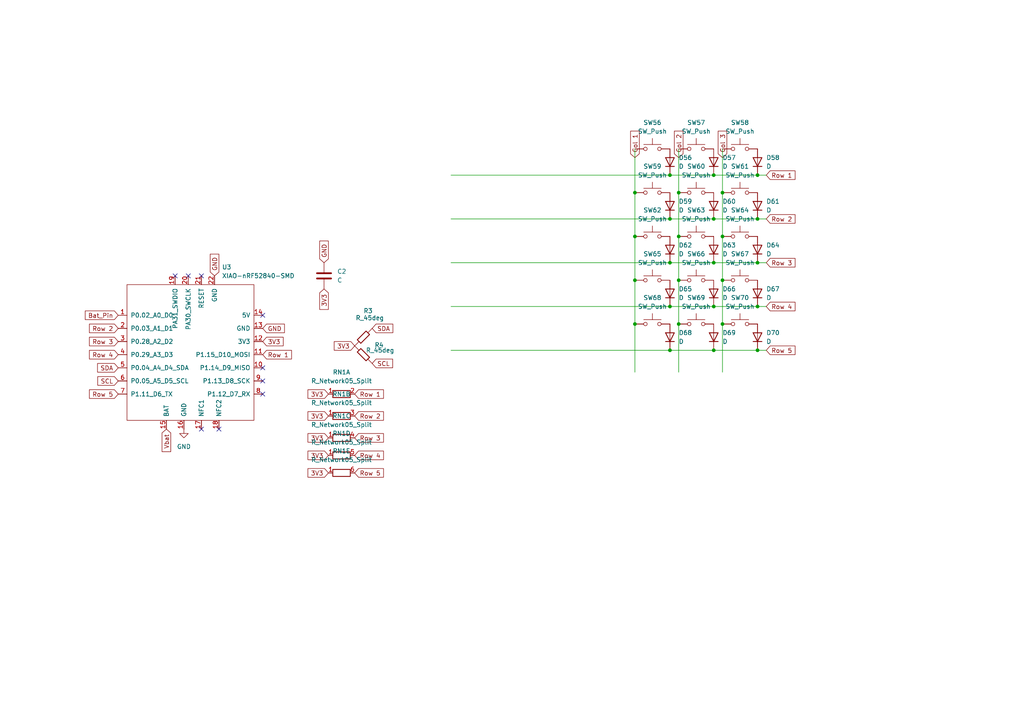
<source format=kicad_sch>
(kicad_sch
	(version 20250114)
	(generator "eeschema")
	(generator_version "9.0")
	(uuid "47524c77-bbc2-43a2-99d6-dd8ff08ef87d")
	(paper "A4")
	(lib_symbols
		(symbol "Device:C"
			(pin_numbers
				(hide yes)
			)
			(pin_names
				(offset 0.254)
			)
			(exclude_from_sim no)
			(in_bom yes)
			(on_board yes)
			(property "Reference" "C"
				(at 0.635 2.54 0)
				(effects
					(font
						(size 1.27 1.27)
					)
					(justify left)
				)
			)
			(property "Value" "C"
				(at 0.635 -2.54 0)
				(effects
					(font
						(size 1.27 1.27)
					)
					(justify left)
				)
			)
			(property "Footprint" ""
				(at 0.9652 -3.81 0)
				(effects
					(font
						(size 1.27 1.27)
					)
					(hide yes)
				)
			)
			(property "Datasheet" "~"
				(at 0 0 0)
				(effects
					(font
						(size 1.27 1.27)
					)
					(hide yes)
				)
			)
			(property "Description" "Unpolarized capacitor"
				(at 0 0 0)
				(effects
					(font
						(size 1.27 1.27)
					)
					(hide yes)
				)
			)
			(property "ki_keywords" "cap capacitor"
				(at 0 0 0)
				(effects
					(font
						(size 1.27 1.27)
					)
					(hide yes)
				)
			)
			(property "ki_fp_filters" "C_*"
				(at 0 0 0)
				(effects
					(font
						(size 1.27 1.27)
					)
					(hide yes)
				)
			)
			(symbol "C_0_1"
				(polyline
					(pts
						(xy -2.032 0.762) (xy 2.032 0.762)
					)
					(stroke
						(width 0.508)
						(type default)
					)
					(fill
						(type none)
					)
				)
				(polyline
					(pts
						(xy -2.032 -0.762) (xy 2.032 -0.762)
					)
					(stroke
						(width 0.508)
						(type default)
					)
					(fill
						(type none)
					)
				)
			)
			(symbol "C_1_1"
				(pin passive line
					(at 0 3.81 270)
					(length 2.794)
					(name "~"
						(effects
							(font
								(size 1.27 1.27)
							)
						)
					)
					(number "1"
						(effects
							(font
								(size 1.27 1.27)
							)
						)
					)
				)
				(pin passive line
					(at 0 -3.81 90)
					(length 2.794)
					(name "~"
						(effects
							(font
								(size 1.27 1.27)
							)
						)
					)
					(number "2"
						(effects
							(font
								(size 1.27 1.27)
							)
						)
					)
				)
			)
			(embedded_fonts no)
		)
		(symbol "Device:D"
			(pin_numbers
				(hide yes)
			)
			(pin_names
				(offset 1.016)
				(hide yes)
			)
			(exclude_from_sim no)
			(in_bom yes)
			(on_board yes)
			(property "Reference" "D"
				(at 0 2.54 0)
				(effects
					(font
						(size 1.27 1.27)
					)
				)
			)
			(property "Value" "D"
				(at 0 -2.54 0)
				(effects
					(font
						(size 1.27 1.27)
					)
				)
			)
			(property "Footprint" ""
				(at 0 0 0)
				(effects
					(font
						(size 1.27 1.27)
					)
					(hide yes)
				)
			)
			(property "Datasheet" "~"
				(at 0 0 0)
				(effects
					(font
						(size 1.27 1.27)
					)
					(hide yes)
				)
			)
			(property "Description" "Diode"
				(at 0 0 0)
				(effects
					(font
						(size 1.27 1.27)
					)
					(hide yes)
				)
			)
			(property "Sim.Device" "D"
				(at 0 0 0)
				(effects
					(font
						(size 1.27 1.27)
					)
					(hide yes)
				)
			)
			(property "Sim.Pins" "1=K 2=A"
				(at 0 0 0)
				(effects
					(font
						(size 1.27 1.27)
					)
					(hide yes)
				)
			)
			(property "ki_keywords" "diode"
				(at 0 0 0)
				(effects
					(font
						(size 1.27 1.27)
					)
					(hide yes)
				)
			)
			(property "ki_fp_filters" "TO-???* *_Diode_* *SingleDiode* D_*"
				(at 0 0 0)
				(effects
					(font
						(size 1.27 1.27)
					)
					(hide yes)
				)
			)
			(symbol "D_0_1"
				(polyline
					(pts
						(xy -1.27 1.27) (xy -1.27 -1.27)
					)
					(stroke
						(width 0.254)
						(type default)
					)
					(fill
						(type none)
					)
				)
				(polyline
					(pts
						(xy 1.27 1.27) (xy 1.27 -1.27) (xy -1.27 0) (xy 1.27 1.27)
					)
					(stroke
						(width 0.254)
						(type default)
					)
					(fill
						(type none)
					)
				)
				(polyline
					(pts
						(xy 1.27 0) (xy -1.27 0)
					)
					(stroke
						(width 0)
						(type default)
					)
					(fill
						(type none)
					)
				)
			)
			(symbol "D_1_1"
				(pin passive line
					(at -3.81 0 0)
					(length 2.54)
					(name "K"
						(effects
							(font
								(size 1.27 1.27)
							)
						)
					)
					(number "1"
						(effects
							(font
								(size 1.27 1.27)
							)
						)
					)
				)
				(pin passive line
					(at 3.81 0 180)
					(length 2.54)
					(name "A"
						(effects
							(font
								(size 1.27 1.27)
							)
						)
					)
					(number "2"
						(effects
							(font
								(size 1.27 1.27)
							)
						)
					)
				)
			)
			(embedded_fonts no)
		)
		(symbol "Device:R_45deg"
			(pin_numbers
				(hide yes)
			)
			(pin_names
				(offset 0)
			)
			(exclude_from_sim no)
			(in_bom yes)
			(on_board yes)
			(property "Reference" "R"
				(at 5.08 2.54 0)
				(effects
					(font
						(size 1.27 1.27)
					)
				)
			)
			(property "Value" "R_45deg"
				(at 8.255 0.635 0)
				(effects
					(font
						(size 1.27 1.27)
					)
				)
			)
			(property "Footprint" ""
				(at 0 -1.778 0)
				(effects
					(font
						(size 1.27 1.27)
					)
					(hide yes)
				)
			)
			(property "Datasheet" "~"
				(at 0 0 0)
				(effects
					(font
						(size 1.27 1.27)
					)
					(hide yes)
				)
			)
			(property "Description" "Resistor, rotated by 45°"
				(at 0 0 0)
				(effects
					(font
						(size 1.27 1.27)
					)
					(hide yes)
				)
			)
			(property "ki_keywords" "R res resistor diagonal"
				(at 0 0 0)
				(effects
					(font
						(size 1.27 1.27)
					)
					(hide yes)
				)
			)
			(property "ki_fp_filters" "R_*"
				(at 0 0 0)
				(effects
					(font
						(size 1.27 1.27)
					)
					(hide yes)
				)
			)
			(symbol "R_45deg_0_1"
				(polyline
					(pts
						(xy -2.54 2.54) (xy -1.27 1.27)
					)
					(stroke
						(width 0)
						(type default)
					)
					(fill
						(type none)
					)
				)
				(polyline
					(pts
						(xy 1.27 -1.27) (xy 2.54 -2.54)
					)
					(stroke
						(width 0)
						(type default)
					)
					(fill
						(type none)
					)
				)
			)
			(symbol "R_45deg_1_1"
				(polyline
					(pts
						(xy -1.778 0.762) (xy 0.762 -1.778) (xy 1.778 -0.762) (xy -0.762 1.778) (xy -1.778 0.762)
					)
					(stroke
						(width 0.254)
						(type default)
					)
					(fill
						(type none)
					)
				)
				(pin passive line
					(at -2.54 2.54 0)
					(length 0)
					(name "~"
						(effects
							(font
								(size 1.27 1.27)
							)
						)
					)
					(number "1"
						(effects
							(font
								(size 1.27 1.27)
							)
						)
					)
				)
				(pin passive line
					(at 2.54 -2.54 180)
					(length 0)
					(name "~"
						(effects
							(font
								(size 1.27 1.27)
							)
						)
					)
					(number "2"
						(effects
							(font
								(size 1.27 1.27)
							)
						)
					)
				)
			)
			(embedded_fonts no)
		)
		(symbol "Device:R_Network05_Split"
			(pin_names
				(offset 0)
				(hide yes)
			)
			(exclude_from_sim no)
			(in_bom yes)
			(on_board yes)
			(property "Reference" "RN"
				(at 2.032 0 90)
				(effects
					(font
						(size 1.27 1.27)
					)
				)
			)
			(property "Value" "R_Network05_Split"
				(at 0 0 90)
				(effects
					(font
						(size 1.27 1.27)
					)
				)
			)
			(property "Footprint" "Resistor_THT:R_Array_SIP6"
				(at -2.032 0 90)
				(effects
					(font
						(size 1.27 1.27)
					)
					(hide yes)
				)
			)
			(property "Datasheet" "http://www.vishay.com/docs/31509/csc.pdf"
				(at 0 0 0)
				(effects
					(font
						(size 1.27 1.27)
					)
					(hide yes)
				)
			)
			(property "Description" "5 resistor network, star topology, bussed resistors, split"
				(at 0 0 0)
				(effects
					(font
						(size 1.27 1.27)
					)
					(hide yes)
				)
			)
			(property "ki_keywords" "R network star-topology"
				(at 0 0 0)
				(effects
					(font
						(size 1.27 1.27)
					)
					(hide yes)
				)
			)
			(property "ki_fp_filters" "R?Array?SIP*"
				(at 0 0 0)
				(effects
					(font
						(size 1.27 1.27)
					)
					(hide yes)
				)
			)
			(symbol "R_Network05_Split_0_1"
				(rectangle
					(start 1.016 2.54)
					(end -1.016 -2.54)
					(stroke
						(width 0.254)
						(type default)
					)
					(fill
						(type none)
					)
				)
				(pin passive line
					(at 0 3.81 270)
					(length 1.27)
					(name "R1"
						(effects
							(font
								(size 1.27 1.27)
							)
						)
					)
					(number "1"
						(effects
							(font
								(size 1.27 1.27)
							)
						)
					)
				)
			)
			(symbol "R_Network05_Split_1_1"
				(pin passive line
					(at 0 -3.81 90)
					(length 1.27)
					(name "R1.2"
						(effects
							(font
								(size 1.27 1.27)
							)
						)
					)
					(number "2"
						(effects
							(font
								(size 1.27 1.27)
							)
						)
					)
				)
			)
			(symbol "R_Network05_Split_2_1"
				(pin passive line
					(at 0 -3.81 90)
					(length 1.27)
					(name "R2.2"
						(effects
							(font
								(size 1.27 1.27)
							)
						)
					)
					(number "3"
						(effects
							(font
								(size 1.27 1.27)
							)
						)
					)
				)
			)
			(symbol "R_Network05_Split_3_1"
				(pin passive line
					(at 0 -3.81 90)
					(length 1.27)
					(name "R3.2"
						(effects
							(font
								(size 1.27 1.27)
							)
						)
					)
					(number "4"
						(effects
							(font
								(size 1.27 1.27)
							)
						)
					)
				)
			)
			(symbol "R_Network05_Split_4_1"
				(pin passive line
					(at 0 -3.81 90)
					(length 1.27)
					(name "R4.2"
						(effects
							(font
								(size 1.27 1.27)
							)
						)
					)
					(number "5"
						(effects
							(font
								(size 1.27 1.27)
							)
						)
					)
				)
			)
			(symbol "R_Network05_Split_5_1"
				(pin passive line
					(at 0 -3.81 90)
					(length 1.27)
					(name "R5.2"
						(effects
							(font
								(size 1.27 1.27)
							)
						)
					)
					(number "6"
						(effects
							(font
								(size 1.27 1.27)
							)
						)
					)
				)
			)
			(embedded_fonts no)
		)
		(symbol "Seeed_Studio_XIAO_Series:XIAO-nRF52840-SMD"
			(pin_names
				(offset 1.016)
			)
			(exclude_from_sim no)
			(in_bom yes)
			(on_board yes)
			(property "Reference" "U"
				(at -18.542 23.114 0)
				(effects
					(font
						(size 1.27 1.27)
					)
				)
			)
			(property "Value" "XIAO-nRF52840-SMD"
				(at -8.636 21.336 0)
				(effects
					(font
						(size 1.27 1.27)
					)
				)
			)
			(property "Footprint" ""
				(at -8.89 5.08 0)
				(effects
					(font
						(size 1.27 1.27)
					)
					(hide yes)
				)
			)
			(property "Datasheet" ""
				(at -8.89 5.08 0)
				(effects
					(font
						(size 1.27 1.27)
					)
					(hide yes)
				)
			)
			(property "Description" ""
				(at 0 0 0)
				(effects
					(font
						(size 1.27 1.27)
					)
					(hide yes)
				)
			)
			(symbol "XIAO-nRF52840-SMD_0_1"
				(rectangle
					(start -19.05 20.32)
					(end 17.78 -19.05)
					(stroke
						(width 0)
						(type default)
					)
					(fill
						(type none)
					)
				)
			)
			(symbol "XIAO-nRF52840-SMD_1_1"
				(pin passive line
					(at -21.59 11.43 0)
					(length 2.54)
					(name "P0.02_A0_D0"
						(effects
							(font
								(size 1.27 1.27)
							)
						)
					)
					(number "1"
						(effects
							(font
								(size 1.27 1.27)
							)
						)
					)
				)
				(pin passive line
					(at -21.59 7.62 0)
					(length 2.54)
					(name "P0.03_A1_D1"
						(effects
							(font
								(size 1.27 1.27)
							)
						)
					)
					(number "2"
						(effects
							(font
								(size 1.27 1.27)
							)
						)
					)
				)
				(pin passive line
					(at -21.59 3.81 0)
					(length 2.54)
					(name "P0.28_A2_D2"
						(effects
							(font
								(size 1.27 1.27)
							)
						)
					)
					(number "3"
						(effects
							(font
								(size 1.27 1.27)
							)
						)
					)
				)
				(pin passive line
					(at -21.59 0 0)
					(length 2.54)
					(name "P0.29_A3_D3"
						(effects
							(font
								(size 1.27 1.27)
							)
						)
					)
					(number "4"
						(effects
							(font
								(size 1.27 1.27)
							)
						)
					)
				)
				(pin passive line
					(at -21.59 -3.81 0)
					(length 2.54)
					(name "P0.04_A4_D4_SDA"
						(effects
							(font
								(size 1.27 1.27)
							)
						)
					)
					(number "5"
						(effects
							(font
								(size 1.27 1.27)
							)
						)
					)
				)
				(pin passive line
					(at -21.59 -7.62 0)
					(length 2.54)
					(name "P0.05_A5_D5_SCL"
						(effects
							(font
								(size 1.27 1.27)
							)
						)
					)
					(number "6"
						(effects
							(font
								(size 1.27 1.27)
							)
						)
					)
				)
				(pin passive line
					(at -21.59 -11.43 0)
					(length 2.54)
					(name "P1.11_D6_TX"
						(effects
							(font
								(size 1.27 1.27)
							)
						)
					)
					(number "7"
						(effects
							(font
								(size 1.27 1.27)
							)
						)
					)
				)
				(pin passive line
					(at -7.62 -21.59 90)
					(length 2.54)
					(name "BAT"
						(effects
							(font
								(size 1.27 1.27)
							)
						)
					)
					(number "15"
						(effects
							(font
								(size 1.27 1.27)
							)
						)
					)
				)
				(pin passive line
					(at -5.08 22.86 270)
					(length 2.54)
					(name "PA31_SWDIO"
						(effects
							(font
								(size 1.27 1.27)
							)
						)
					)
					(number "19"
						(effects
							(font
								(size 1.27 1.27)
							)
						)
					)
				)
				(pin passive line
					(at -2.54 -21.59 90)
					(length 2.54)
					(name "GND"
						(effects
							(font
								(size 1.27 1.27)
							)
						)
					)
					(number "16"
						(effects
							(font
								(size 1.27 1.27)
							)
						)
					)
				)
				(pin passive line
					(at -1.27 22.86 270)
					(length 2.54)
					(name "PA30_SWCLK"
						(effects
							(font
								(size 1.27 1.27)
							)
						)
					)
					(number "20"
						(effects
							(font
								(size 1.27 1.27)
							)
						)
					)
				)
				(pin passive line
					(at 2.54 22.86 270)
					(length 2.54)
					(name "RESET"
						(effects
							(font
								(size 1.27 1.27)
							)
						)
					)
					(number "21"
						(effects
							(font
								(size 1.27 1.27)
							)
						)
					)
				)
				(pin passive line
					(at 2.54 -21.59 90)
					(length 2.54)
					(name "NFC1"
						(effects
							(font
								(size 1.27 1.27)
							)
						)
					)
					(number "17"
						(effects
							(font
								(size 1.27 1.27)
							)
						)
					)
				)
				(pin passive line
					(at 6.35 22.86 270)
					(length 2.54)
					(name "GND"
						(effects
							(font
								(size 1.27 1.27)
							)
						)
					)
					(number "22"
						(effects
							(font
								(size 1.27 1.27)
							)
						)
					)
				)
				(pin passive line
					(at 7.62 -21.59 90)
					(length 2.54)
					(name "NFC2"
						(effects
							(font
								(size 1.27 1.27)
							)
						)
					)
					(number "18"
						(effects
							(font
								(size 1.27 1.27)
							)
						)
					)
				)
				(pin passive line
					(at 20.32 11.43 180)
					(length 2.54)
					(name "5V"
						(effects
							(font
								(size 1.27 1.27)
							)
						)
					)
					(number "14"
						(effects
							(font
								(size 1.27 1.27)
							)
						)
					)
				)
				(pin passive line
					(at 20.32 7.62 180)
					(length 2.54)
					(name "GND"
						(effects
							(font
								(size 1.27 1.27)
							)
						)
					)
					(number "13"
						(effects
							(font
								(size 1.27 1.27)
							)
						)
					)
				)
				(pin passive line
					(at 20.32 3.81 180)
					(length 2.54)
					(name "3V3"
						(effects
							(font
								(size 1.27 1.27)
							)
						)
					)
					(number "12"
						(effects
							(font
								(size 1.27 1.27)
							)
						)
					)
				)
				(pin passive line
					(at 20.32 0 180)
					(length 2.54)
					(name "P1.15_D10_MOSI"
						(effects
							(font
								(size 1.27 1.27)
							)
						)
					)
					(number "11"
						(effects
							(font
								(size 1.27 1.27)
							)
						)
					)
				)
				(pin passive line
					(at 20.32 -3.81 180)
					(length 2.54)
					(name "P1.14_D9_MISO"
						(effects
							(font
								(size 1.27 1.27)
							)
						)
					)
					(number "10"
						(effects
							(font
								(size 1.27 1.27)
							)
						)
					)
				)
				(pin passive line
					(at 20.32 -7.62 180)
					(length 2.54)
					(name "P1.13_D8_SCK"
						(effects
							(font
								(size 1.27 1.27)
							)
						)
					)
					(number "9"
						(effects
							(font
								(size 1.27 1.27)
							)
						)
					)
				)
				(pin passive line
					(at 20.32 -11.43 180)
					(length 2.54)
					(name "P1.12_D7_RX"
						(effects
							(font
								(size 1.27 1.27)
							)
						)
					)
					(number "8"
						(effects
							(font
								(size 1.27 1.27)
							)
						)
					)
				)
			)
			(embedded_fonts no)
		)
		(symbol "Switch:SW_Push"
			(pin_numbers
				(hide yes)
			)
			(pin_names
				(offset 1.016)
				(hide yes)
			)
			(exclude_from_sim no)
			(in_bom yes)
			(on_board yes)
			(property "Reference" "SW"
				(at 1.27 2.54 0)
				(effects
					(font
						(size 1.27 1.27)
					)
					(justify left)
				)
			)
			(property "Value" "SW_Push"
				(at 0 -1.524 0)
				(effects
					(font
						(size 1.27 1.27)
					)
				)
			)
			(property "Footprint" ""
				(at 0 5.08 0)
				(effects
					(font
						(size 1.27 1.27)
					)
					(hide yes)
				)
			)
			(property "Datasheet" "~"
				(at 0 5.08 0)
				(effects
					(font
						(size 1.27 1.27)
					)
					(hide yes)
				)
			)
			(property "Description" "Push button switch, generic, two pins"
				(at 0 0 0)
				(effects
					(font
						(size 1.27 1.27)
					)
					(hide yes)
				)
			)
			(property "ki_keywords" "switch normally-open pushbutton push-button"
				(at 0 0 0)
				(effects
					(font
						(size 1.27 1.27)
					)
					(hide yes)
				)
			)
			(symbol "SW_Push_0_1"
				(circle
					(center -2.032 0)
					(radius 0.508)
					(stroke
						(width 0)
						(type default)
					)
					(fill
						(type none)
					)
				)
				(polyline
					(pts
						(xy 0 1.27) (xy 0 3.048)
					)
					(stroke
						(width 0)
						(type default)
					)
					(fill
						(type none)
					)
				)
				(circle
					(center 2.032 0)
					(radius 0.508)
					(stroke
						(width 0)
						(type default)
					)
					(fill
						(type none)
					)
				)
				(polyline
					(pts
						(xy 2.54 1.27) (xy -2.54 1.27)
					)
					(stroke
						(width 0)
						(type default)
					)
					(fill
						(type none)
					)
				)
				(pin passive line
					(at -5.08 0 0)
					(length 2.54)
					(name "1"
						(effects
							(font
								(size 1.27 1.27)
							)
						)
					)
					(number "1"
						(effects
							(font
								(size 1.27 1.27)
							)
						)
					)
				)
				(pin passive line
					(at 5.08 0 180)
					(length 2.54)
					(name "2"
						(effects
							(font
								(size 1.27 1.27)
							)
						)
					)
					(number "2"
						(effects
							(font
								(size 1.27 1.27)
							)
						)
					)
				)
			)
			(embedded_fonts no)
		)
		(symbol "power:GND"
			(power)
			(pin_numbers
				(hide yes)
			)
			(pin_names
				(offset 0)
				(hide yes)
			)
			(exclude_from_sim no)
			(in_bom yes)
			(on_board yes)
			(property "Reference" "#PWR"
				(at 0 -6.35 0)
				(effects
					(font
						(size 1.27 1.27)
					)
					(hide yes)
				)
			)
			(property "Value" "GND"
				(at 0 -3.81 0)
				(effects
					(font
						(size 1.27 1.27)
					)
				)
			)
			(property "Footprint" ""
				(at 0 0 0)
				(effects
					(font
						(size 1.27 1.27)
					)
					(hide yes)
				)
			)
			(property "Datasheet" ""
				(at 0 0 0)
				(effects
					(font
						(size 1.27 1.27)
					)
					(hide yes)
				)
			)
			(property "Description" "Power symbol creates a global label with name \"GND\" , ground"
				(at 0 0 0)
				(effects
					(font
						(size 1.27 1.27)
					)
					(hide yes)
				)
			)
			(property "ki_keywords" "global power"
				(at 0 0 0)
				(effects
					(font
						(size 1.27 1.27)
					)
					(hide yes)
				)
			)
			(symbol "GND_0_1"
				(polyline
					(pts
						(xy 0 0) (xy 0 -1.27) (xy 1.27 -1.27) (xy 0 -2.54) (xy -1.27 -1.27) (xy 0 -1.27)
					)
					(stroke
						(width 0)
						(type default)
					)
					(fill
						(type none)
					)
				)
			)
			(symbol "GND_1_1"
				(pin power_in line
					(at 0 0 270)
					(length 0)
					(name "~"
						(effects
							(font
								(size 1.27 1.27)
							)
						)
					)
					(number "1"
						(effects
							(font
								(size 1.27 1.27)
							)
						)
					)
				)
			)
			(embedded_fonts no)
		)
	)
	(junction
		(at 209.55 93.98)
		(diameter 0)
		(color 0 0 0 0)
		(uuid "0ac17a60-cf67-460a-a402-ef440798f4c2")
	)
	(junction
		(at 219.71 50.8)
		(diameter 0)
		(color 0 0 0 0)
		(uuid "1c861f08-63db-409a-9c81-6f7456441182")
	)
	(junction
		(at 184.15 93.98)
		(diameter 0)
		(color 0 0 0 0)
		(uuid "2934c54c-9a33-46ee-940d-6a0e43771a7d")
	)
	(junction
		(at 194.31 50.8)
		(diameter 0)
		(color 0 0 0 0)
		(uuid "2a615b08-9dea-4bb8-a9f0-6ff7c0e7c24d")
	)
	(junction
		(at 196.85 81.28)
		(diameter 0)
		(color 0 0 0 0)
		(uuid "320de27a-1170-42ac-8d1f-6694fcb2e2d7")
	)
	(junction
		(at 207.01 76.2)
		(diameter 0)
		(color 0 0 0 0)
		(uuid "3e9077c1-01cb-4fc8-93b3-e6723b680fd6")
	)
	(junction
		(at 194.31 76.2)
		(diameter 0)
		(color 0 0 0 0)
		(uuid "4580b2d3-fc30-4075-b8ae-a0a130ec72ea")
	)
	(junction
		(at 219.71 101.6)
		(diameter 0)
		(color 0 0 0 0)
		(uuid "4ea99cb9-a528-4e30-96b5-72d7b8074553")
	)
	(junction
		(at 209.55 81.28)
		(diameter 0)
		(color 0 0 0 0)
		(uuid "5f50a8a6-ae54-4b84-8532-470eee3e880a")
	)
	(junction
		(at 184.15 55.88)
		(diameter 0)
		(color 0 0 0 0)
		(uuid "627cbc2f-9c66-44f7-821b-a8a6991be58e")
	)
	(junction
		(at 196.85 68.58)
		(diameter 0)
		(color 0 0 0 0)
		(uuid "66e054e7-b74e-4fcf-97b5-1b81f6ba0b0d")
	)
	(junction
		(at 207.01 63.5)
		(diameter 0)
		(color 0 0 0 0)
		(uuid "6bb36081-3c46-478d-bdb7-97bb26ce690a")
	)
	(junction
		(at 184.15 81.28)
		(diameter 0)
		(color 0 0 0 0)
		(uuid "723f8450-e4e3-457c-bd6c-8ed881454167")
	)
	(junction
		(at 196.85 55.88)
		(diameter 0)
		(color 0 0 0 0)
		(uuid "75541fa3-bba4-4325-bfe9-8b5835446ffb")
	)
	(junction
		(at 219.71 88.9)
		(diameter 0)
		(color 0 0 0 0)
		(uuid "7e452ff9-b68c-4e2b-af0c-926135d7f6fa")
	)
	(junction
		(at 209.55 55.88)
		(diameter 0)
		(color 0 0 0 0)
		(uuid "84f76882-4286-44fd-a72d-bd4b34703bf2")
	)
	(junction
		(at 207.01 88.9)
		(diameter 0)
		(color 0 0 0 0)
		(uuid "90da1a65-9f55-4c26-ad16-f00a4aaa3cf8")
	)
	(junction
		(at 219.71 76.2)
		(diameter 0)
		(color 0 0 0 0)
		(uuid "93ea4b41-e5c5-4507-b2c2-00db33a8d1b6")
	)
	(junction
		(at 184.15 68.58)
		(diameter 0)
		(color 0 0 0 0)
		(uuid "aa8870fe-59eb-4ee3-9c8b-2c76bc9f014d")
	)
	(junction
		(at 196.85 93.98)
		(diameter 0)
		(color 0 0 0 0)
		(uuid "b4d1cfc4-1c6e-4f27-b79d-46ab19bbc44b")
	)
	(junction
		(at 219.71 63.5)
		(diameter 0)
		(color 0 0 0 0)
		(uuid "bbab5daf-7954-4a80-955d-4eb982dab63a")
	)
	(junction
		(at 194.31 63.5)
		(diameter 0)
		(color 0 0 0 0)
		(uuid "c7f8a9d4-9042-4596-9379-2af6d27fad86")
	)
	(junction
		(at 209.55 68.58)
		(diameter 0)
		(color 0 0 0 0)
		(uuid "ce6d0ddc-d4d3-4f5f-b5fa-707e46ff5d55")
	)
	(junction
		(at 194.31 101.6)
		(diameter 0)
		(color 0 0 0 0)
		(uuid "d475dace-9745-427d-ab26-8179f7f3c4e7")
	)
	(junction
		(at 194.31 88.9)
		(diameter 0)
		(color 0 0 0 0)
		(uuid "dcf299b0-565b-430a-af3a-afd0729d251f")
	)
	(junction
		(at 207.01 101.6)
		(diameter 0)
		(color 0 0 0 0)
		(uuid "f1986664-42d2-44dc-9d3a-158bd33b51a0")
	)
	(junction
		(at 207.01 50.8)
		(diameter 0)
		(color 0 0 0 0)
		(uuid "f435840c-33ec-4ced-8a7f-81c08a8007a9")
	)
	(no_connect
		(at 76.2 106.68)
		(uuid "26de41e5-b1cb-42c5-b16b-f65f8172fa02")
	)
	(no_connect
		(at 76.2 91.44)
		(uuid "38f2ae92-c2a8-474e-a43e-81f9b7afe34b")
	)
	(no_connect
		(at 58.42 80.01)
		(uuid "5bd301f1-17f5-4f6f-888d-8a3eaed15e1d")
	)
	(no_connect
		(at 50.8 80.01)
		(uuid "62d5cdf4-038e-4da1-b67a-430f024a914a")
	)
	(no_connect
		(at 54.61 80.01)
		(uuid "82b0a2ff-6b79-4e0a-af94-31d4ec57c2ec")
	)
	(no_connect
		(at 58.42 124.46)
		(uuid "87ba88ed-5462-434b-b0a7-c838824825f4")
	)
	(no_connect
		(at 76.2 110.49)
		(uuid "8aa6b41f-a0e3-4acd-a207-f0bbea064cc2")
	)
	(no_connect
		(at 63.5 124.46)
		(uuid "8b1ea728-2d35-4bbc-a797-41f99a4647b7")
	)
	(no_connect
		(at 76.2 114.3)
		(uuid "e2194c4e-d08b-4d05-a2d7-c2050eb9da2e")
	)
	(wire
		(pts
			(xy 184.15 43.18) (xy 184.15 55.88)
		)
		(stroke
			(width 0)
			(type default)
		)
		(uuid "0d53815c-34a7-495f-a350-9365404214f0")
	)
	(wire
		(pts
			(xy 207.01 63.5) (xy 219.71 63.5)
		)
		(stroke
			(width 0)
			(type default)
		)
		(uuid "10419417-f67f-4996-bc3f-4354c06111e2")
	)
	(wire
		(pts
			(xy 184.15 81.28) (xy 184.15 93.98)
		)
		(stroke
			(width 0)
			(type default)
		)
		(uuid "191696df-d233-44d2-9f43-21303b8bd398")
	)
	(wire
		(pts
			(xy 196.85 68.58) (xy 196.85 81.28)
		)
		(stroke
			(width 0)
			(type default)
		)
		(uuid "2306bf1b-00e2-4833-8565-9dc962fce543")
	)
	(wire
		(pts
			(xy 207.01 50.8) (xy 219.71 50.8)
		)
		(stroke
			(width 0)
			(type default)
		)
		(uuid "286859e6-7167-4038-b0c2-f1217b486c5c")
	)
	(wire
		(pts
			(xy 194.31 63.5) (xy 207.01 63.5)
		)
		(stroke
			(width 0)
			(type default)
		)
		(uuid "37e63158-e209-4b5b-a564-d58f11e9ea3c")
	)
	(wire
		(pts
			(xy 130.81 76.2) (xy 194.31 76.2)
		)
		(stroke
			(width 0)
			(type default)
		)
		(uuid "39a27954-2ee4-4258-9910-30149194302c")
	)
	(wire
		(pts
			(xy 209.55 68.58) (xy 209.55 81.28)
		)
		(stroke
			(width 0)
			(type default)
		)
		(uuid "39b75e4b-0c76-4461-b38d-e08d399726a3")
	)
	(wire
		(pts
			(xy 194.31 88.9) (xy 207.01 88.9)
		)
		(stroke
			(width 0)
			(type default)
		)
		(uuid "425ea64b-560f-46ce-9ede-c929b51748ca")
	)
	(wire
		(pts
			(xy 209.55 43.18) (xy 209.55 55.88)
		)
		(stroke
			(width 0)
			(type default)
		)
		(uuid "5c9bb39c-7836-49bc-b86b-8afd04f84ed6")
	)
	(wire
		(pts
			(xy 207.01 101.6) (xy 219.71 101.6)
		)
		(stroke
			(width 0)
			(type default)
		)
		(uuid "67c864f9-c39c-44fe-a4e5-8ef331d2bb71")
	)
	(wire
		(pts
			(xy 196.85 81.28) (xy 196.85 93.98)
		)
		(stroke
			(width 0)
			(type default)
		)
		(uuid "7334a254-00f0-4bb4-9f5b-10ffebb0eacb")
	)
	(wire
		(pts
			(xy 194.31 76.2) (xy 207.01 76.2)
		)
		(stroke
			(width 0)
			(type default)
		)
		(uuid "77a4e5e9-d920-4c76-adc1-a3e048415851")
	)
	(wire
		(pts
			(xy 207.01 88.9) (xy 219.71 88.9)
		)
		(stroke
			(width 0)
			(type default)
		)
		(uuid "83cf40b5-415b-484a-8d5e-39a256a7aaab")
	)
	(wire
		(pts
			(xy 219.71 101.6) (xy 222.25 101.6)
		)
		(stroke
			(width 0)
			(type default)
		)
		(uuid "8d02f808-4793-45a7-b567-cd54fc8a0971")
	)
	(wire
		(pts
			(xy 219.71 88.9) (xy 222.25 88.9)
		)
		(stroke
			(width 0)
			(type default)
		)
		(uuid "90fc636f-f288-4c76-88c8-ba35cbe77a8b")
	)
	(wire
		(pts
			(xy 130.81 101.6) (xy 194.31 101.6)
		)
		(stroke
			(width 0)
			(type default)
		)
		(uuid "95389e66-7f07-4df1-bdbf-83a601e360e9")
	)
	(wire
		(pts
			(xy 184.15 55.88) (xy 184.15 68.58)
		)
		(stroke
			(width 0)
			(type default)
		)
		(uuid "9ead5b00-0231-4ee7-be97-7096349b277b")
	)
	(wire
		(pts
			(xy 209.55 93.98) (xy 209.55 107.95)
		)
		(stroke
			(width 0)
			(type default)
		)
		(uuid "9f6b111a-9fa3-4440-a8c4-3993b029b8cb")
	)
	(wire
		(pts
			(xy 130.81 88.9) (xy 194.31 88.9)
		)
		(stroke
			(width 0)
			(type default)
		)
		(uuid "a4620c4f-0310-40ce-9b49-c4409abe09bf")
	)
	(wire
		(pts
			(xy 196.85 55.88) (xy 196.85 68.58)
		)
		(stroke
			(width 0)
			(type default)
		)
		(uuid "a8017da1-b8c4-4b1d-a095-3fdafede637f")
	)
	(wire
		(pts
			(xy 196.85 93.98) (xy 196.85 107.95)
		)
		(stroke
			(width 0)
			(type default)
		)
		(uuid "acfa5db2-8a20-475b-acfe-3db41b92e935")
	)
	(wire
		(pts
			(xy 194.31 101.6) (xy 207.01 101.6)
		)
		(stroke
			(width 0)
			(type default)
		)
		(uuid "c0c4847c-dc5b-45fd-9446-31052cf7fbfe")
	)
	(wire
		(pts
			(xy 209.55 81.28) (xy 209.55 93.98)
		)
		(stroke
			(width 0)
			(type default)
		)
		(uuid "c43067ba-11e7-41d6-b872-0d988495130f")
	)
	(wire
		(pts
			(xy 219.71 76.2) (xy 222.25 76.2)
		)
		(stroke
			(width 0)
			(type default)
		)
		(uuid "cb9316c4-19bc-4653-9374-a75528a814c1")
	)
	(wire
		(pts
			(xy 209.55 55.88) (xy 209.55 68.58)
		)
		(stroke
			(width 0)
			(type default)
		)
		(uuid "ce5ac995-e17a-4827-90f3-a91c77e3e5f3")
	)
	(wire
		(pts
			(xy 219.71 50.8) (xy 222.25 50.8)
		)
		(stroke
			(width 0)
			(type default)
		)
		(uuid "d6d40e3b-7926-4732-8a85-35ea26583737")
	)
	(wire
		(pts
			(xy 130.81 50.8) (xy 194.31 50.8)
		)
		(stroke
			(width 0)
			(type default)
		)
		(uuid "dd02f9cf-2022-4d5c-8873-3e688c30dc22")
	)
	(wire
		(pts
			(xy 130.81 63.5) (xy 194.31 63.5)
		)
		(stroke
			(width 0)
			(type default)
		)
		(uuid "df9ac843-fe9d-4643-8e93-8fc7e54af3d3")
	)
	(wire
		(pts
			(xy 184.15 93.98) (xy 184.15 107.95)
		)
		(stroke
			(width 0)
			(type default)
		)
		(uuid "e065eba5-ce02-4611-bb92-208b3ef761b1")
	)
	(wire
		(pts
			(xy 184.15 68.58) (xy 184.15 81.28)
		)
		(stroke
			(width 0)
			(type default)
		)
		(uuid "e26d6b04-3981-487c-b820-b95d5b91ee9e")
	)
	(wire
		(pts
			(xy 207.01 76.2) (xy 219.71 76.2)
		)
		(stroke
			(width 0)
			(type default)
		)
		(uuid "e543e76e-d5cc-4b06-a91f-31a27912638f")
	)
	(wire
		(pts
			(xy 196.85 43.18) (xy 196.85 55.88)
		)
		(stroke
			(width 0)
			(type default)
		)
		(uuid "f7a1b1b4-bbef-4589-a6f7-f30b599a31bc")
	)
	(wire
		(pts
			(xy 194.31 50.8) (xy 207.01 50.8)
		)
		(stroke
			(width 0)
			(type default)
		)
		(uuid "f90f1532-5343-4a36-997d-a58bcea2fe75")
	)
	(wire
		(pts
			(xy 219.71 63.5) (xy 222.25 63.5)
		)
		(stroke
			(width 0)
			(type default)
		)
		(uuid "fd72f8e7-b96e-4d23-b6e6-275702780191")
	)
	(global_label "Row 4"
		(shape input)
		(at 34.29 102.87 180)
		(fields_autoplaced yes)
		(effects
			(font
				(size 1.27 1.27)
			)
			(justify right)
		)
		(uuid "04ef8f27-c51e-49d5-9d51-bfb39168f36d")
		(property "Intersheetrefs" "${INTERSHEET_REFS}"
			(at 25.3782 102.87 0)
			(effects
				(font
					(size 1.27 1.27)
				)
				(justify right)
				(hide yes)
			)
		)
	)
	(global_label "Bat_Pin"
		(shape input)
		(at 34.29 91.44 180)
		(fields_autoplaced yes)
		(effects
			(font
				(size 1.27 1.27)
			)
			(justify right)
		)
		(uuid "057bbee3-d356-4c86-8b4f-3ec03dff6070")
		(property "Intersheetrefs" "${INTERSHEET_REFS}"
			(at 24.1687 91.44 0)
			(effects
				(font
					(size 1.27 1.27)
				)
				(justify right)
				(hide yes)
			)
		)
	)
	(global_label "3V3"
		(shape input)
		(at 93.98 83.82 270)
		(fields_autoplaced yes)
		(effects
			(font
				(size 1.27 1.27)
			)
			(justify right)
		)
		(uuid "0dc5fc04-7ab8-4f50-a81a-eaee603779b9")
		(property "Intersheetrefs" "${INTERSHEET_REFS}"
			(at 93.98 90.3128 90)
			(effects
				(font
					(size 1.27 1.27)
				)
				(justify right)
				(hide yes)
			)
		)
	)
	(global_label "Row 2"
		(shape input)
		(at 34.29 95.25 180)
		(fields_autoplaced yes)
		(effects
			(font
				(size 1.27 1.27)
			)
			(justify right)
		)
		(uuid "1151076c-e328-4464-aa4b-e948c67b1614")
		(property "Intersheetrefs" "${INTERSHEET_REFS}"
			(at 25.3782 95.25 0)
			(effects
				(font
					(size 1.27 1.27)
				)
				(justify right)
				(hide yes)
			)
		)
	)
	(global_label "GND"
		(shape input)
		(at 93.98 76.2 90)
		(fields_autoplaced yes)
		(effects
			(font
				(size 1.27 1.27)
			)
			(justify left)
		)
		(uuid "1417a755-8489-4094-8302-9ded4e55d0cb")
		(property "Intersheetrefs" "${INTERSHEET_REFS}"
			(at 93.98 69.3443 90)
			(effects
				(font
					(size 1.27 1.27)
				)
				(justify left)
				(hide yes)
			)
		)
	)
	(global_label "SCL"
		(shape input)
		(at 107.95 105.41 0)
		(fields_autoplaced yes)
		(effects
			(font
				(size 1.27 1.27)
			)
			(justify left)
		)
		(uuid "1fb9baca-1397-468e-b6e0-f62d891ce753")
		(property "Intersheetrefs" "${INTERSHEET_REFS}"
			(at 114.4428 105.41 0)
			(effects
				(font
					(size 1.27 1.27)
				)
				(justify left)
				(hide yes)
			)
		)
	)
	(global_label "Col 1"
		(shape input)
		(at 184.15 45.72 90)
		(fields_autoplaced yes)
		(effects
			(font
				(size 1.27 1.27)
			)
			(justify left)
		)
		(uuid "23b64a9c-6cac-4581-8d5a-52d472bf6f66")
		(property "Intersheetrefs" "${INTERSHEET_REFS}"
			(at 184.15 37.4735 90)
			(effects
				(font
					(size 1.27 1.27)
				)
				(justify left)
				(hide yes)
			)
		)
	)
	(global_label "3V3"
		(shape input)
		(at 95.25 132.08 180)
		(fields_autoplaced yes)
		(effects
			(font
				(size 1.27 1.27)
			)
			(justify right)
		)
		(uuid "37898181-1640-42e5-a19b-2d9a9bcebafe")
		(property "Intersheetrefs" "${INTERSHEET_REFS}"
			(at 88.7572 132.08 0)
			(effects
				(font
					(size 1.27 1.27)
				)
				(justify right)
				(hide yes)
			)
		)
	)
	(global_label "Row 3"
		(shape input)
		(at 34.29 99.06 180)
		(fields_autoplaced yes)
		(effects
			(font
				(size 1.27 1.27)
			)
			(justify right)
		)
		(uuid "3e08a5ea-6cb5-478e-bfe4-d6e0d19c4b32")
		(property "Intersheetrefs" "${INTERSHEET_REFS}"
			(at 25.3782 99.06 0)
			(effects
				(font
					(size 1.27 1.27)
				)
				(justify right)
				(hide yes)
			)
		)
	)
	(global_label "Row 2"
		(shape input)
		(at 222.25 63.5 0)
		(fields_autoplaced yes)
		(effects
			(font
				(size 1.27 1.27)
			)
			(justify left)
		)
		(uuid "430f19dc-761e-4f3b-ac9d-611344fb4d34")
		(property "Intersheetrefs" "${INTERSHEET_REFS}"
			(at 231.1618 63.5 0)
			(effects
				(font
					(size 1.27 1.27)
				)
				(justify left)
				(hide yes)
			)
		)
	)
	(global_label "Row 1"
		(shape input)
		(at 76.2 102.87 0)
		(fields_autoplaced yes)
		(effects
			(font
				(size 1.27 1.27)
			)
			(justify left)
		)
		(uuid "432cd992-5f91-4600-8845-fa6bcfc6fbb1")
		(property "Intersheetrefs" "${INTERSHEET_REFS}"
			(at 85.1118 102.87 0)
			(effects
				(font
					(size 1.27 1.27)
				)
				(justify left)
				(hide yes)
			)
		)
	)
	(global_label "Col 2"
		(shape input)
		(at 196.85 45.72 90)
		(fields_autoplaced yes)
		(effects
			(font
				(size 1.27 1.27)
			)
			(justify left)
		)
		(uuid "44952b8f-839f-450e-8858-4cbae7ab68b0")
		(property "Intersheetrefs" "${INTERSHEET_REFS}"
			(at 196.85 37.4735 90)
			(effects
				(font
					(size 1.27 1.27)
				)
				(justify left)
				(hide yes)
			)
		)
	)
	(global_label "Row 4"
		(shape input)
		(at 102.87 132.08 0)
		(fields_autoplaced yes)
		(effects
			(font
				(size 1.27 1.27)
			)
			(justify left)
		)
		(uuid "62aa38bf-18ef-42f2-9b0f-4820c2a7c4aa")
		(property "Intersheetrefs" "${INTERSHEET_REFS}"
			(at 111.7818 132.08 0)
			(effects
				(font
					(size 1.27 1.27)
				)
				(justify left)
				(hide yes)
			)
		)
	)
	(global_label "Row 3"
		(shape input)
		(at 222.25 76.2 0)
		(fields_autoplaced yes)
		(effects
			(font
				(size 1.27 1.27)
			)
			(justify left)
		)
		(uuid "704d7c48-adda-4ec4-b3c0-559d62225f11")
		(property "Intersheetrefs" "${INTERSHEET_REFS}"
			(at 231.1618 76.2 0)
			(effects
				(font
					(size 1.27 1.27)
				)
				(justify left)
				(hide yes)
			)
		)
	)
	(global_label "Row 2"
		(shape input)
		(at 102.87 120.65 0)
		(fields_autoplaced yes)
		(effects
			(font
				(size 1.27 1.27)
			)
			(justify left)
		)
		(uuid "773fdc64-f512-4393-924d-dba31cc40cca")
		(property "Intersheetrefs" "${INTERSHEET_REFS}"
			(at 111.7818 120.65 0)
			(effects
				(font
					(size 1.27 1.27)
				)
				(justify left)
				(hide yes)
			)
		)
	)
	(global_label "Row 1"
		(shape input)
		(at 222.25 50.8 0)
		(fields_autoplaced yes)
		(effects
			(font
				(size 1.27 1.27)
			)
			(justify left)
		)
		(uuid "834faf68-7294-433a-b3da-39d86379dd8d")
		(property "Intersheetrefs" "${INTERSHEET_REFS}"
			(at 231.1618 50.8 0)
			(effects
				(font
					(size 1.27 1.27)
				)
				(justify left)
				(hide yes)
			)
		)
	)
	(global_label "Row 1"
		(shape input)
		(at 102.87 114.3 0)
		(fields_autoplaced yes)
		(effects
			(font
				(size 1.27 1.27)
			)
			(justify left)
		)
		(uuid "96bcfb2e-4596-4c41-a2c3-251cd295dc04")
		(property "Intersheetrefs" "${INTERSHEET_REFS}"
			(at 111.7818 114.3 0)
			(effects
				(font
					(size 1.27 1.27)
				)
				(justify left)
				(hide yes)
			)
		)
	)
	(global_label "Row 5"
		(shape input)
		(at 102.87 137.16 0)
		(fields_autoplaced yes)
		(effects
			(font
				(size 1.27 1.27)
			)
			(justify left)
		)
		(uuid "975160ab-f125-4585-baac-dc0ecdc1ae2c")
		(property "Intersheetrefs" "${INTERSHEET_REFS}"
			(at 111.7818 137.16 0)
			(effects
				(font
					(size 1.27 1.27)
				)
				(justify left)
				(hide yes)
			)
		)
	)
	(global_label "3V3"
		(shape input)
		(at 95.25 127 180)
		(fields_autoplaced yes)
		(effects
			(font
				(size 1.27 1.27)
			)
			(justify right)
		)
		(uuid "ada3e511-b21a-4873-8fcd-1f34f4e4d676")
		(property "Intersheetrefs" "${INTERSHEET_REFS}"
			(at 88.7572 127 0)
			(effects
				(font
					(size 1.27 1.27)
				)
				(justify right)
				(hide yes)
			)
		)
	)
	(global_label "3V3"
		(shape input)
		(at 95.25 114.3 180)
		(fields_autoplaced yes)
		(effects
			(font
				(size 1.27 1.27)
			)
			(justify right)
		)
		(uuid "aea7a3a0-110a-4d63-b549-794d61437d33")
		(property "Intersheetrefs" "${INTERSHEET_REFS}"
			(at 88.7572 114.3 0)
			(effects
				(font
					(size 1.27 1.27)
				)
				(justify right)
				(hide yes)
			)
		)
	)
	(global_label "Row 4"
		(shape input)
		(at 222.25 88.9 0)
		(fields_autoplaced yes)
		(effects
			(font
				(size 1.27 1.27)
			)
			(justify left)
		)
		(uuid "b867718a-c0b5-4a5b-be93-ebdbc51b61f1")
		(property "Intersheetrefs" "${INTERSHEET_REFS}"
			(at 231.1618 88.9 0)
			(effects
				(font
					(size 1.27 1.27)
				)
				(justify left)
				(hide yes)
			)
		)
	)
	(global_label "Row 3"
		(shape input)
		(at 102.87 127 0)
		(fields_autoplaced yes)
		(effects
			(font
				(size 1.27 1.27)
			)
			(justify left)
		)
		(uuid "b9d2c5ac-cda6-4ee6-af0f-61dc1aebbb0c")
		(property "Intersheetrefs" "${INTERSHEET_REFS}"
			(at 111.7818 127 0)
			(effects
				(font
					(size 1.27 1.27)
				)
				(justify left)
				(hide yes)
			)
		)
	)
	(global_label "SDA"
		(shape input)
		(at 34.29 106.68 180)
		(fields_autoplaced yes)
		(effects
			(font
				(size 1.27 1.27)
			)
			(justify right)
		)
		(uuid "bbb25587-21de-42cb-9a28-f8c392173233")
		(property "Intersheetrefs" "${INTERSHEET_REFS}"
			(at 27.7367 106.68 0)
			(effects
				(font
					(size 1.27 1.27)
				)
				(justify right)
				(hide yes)
			)
		)
	)
	(global_label "Vbat"
		(shape input)
		(at 48.26 124.46 270)
		(fields_autoplaced yes)
		(effects
			(font
				(size 1.27 1.27)
			)
			(justify right)
		)
		(uuid "c16bbff9-8318-4602-93ee-ecd780d41eb6")
		(property "Intersheetrefs" "${INTERSHEET_REFS}"
			(at 48.26 131.5575 90)
			(effects
				(font
					(size 1.27 1.27)
				)
				(justify right)
				(hide yes)
			)
		)
	)
	(global_label "3V3"
		(shape input)
		(at 95.25 137.16 180)
		(fields_autoplaced yes)
		(effects
			(font
				(size 1.27 1.27)
			)
			(justify right)
		)
		(uuid "c457c8ac-fe62-47a3-b941-19e2b84223d5")
		(property "Intersheetrefs" "${INTERSHEET_REFS}"
			(at 88.7572 137.16 0)
			(effects
				(font
					(size 1.27 1.27)
				)
				(justify right)
				(hide yes)
			)
		)
	)
	(global_label "SDA"
		(shape input)
		(at 107.95 95.25 0)
		(fields_autoplaced yes)
		(effects
			(font
				(size 1.27 1.27)
			)
			(justify left)
		)
		(uuid "d4ac2570-984f-4e5c-91f3-3162797d970b")
		(property "Intersheetrefs" "${INTERSHEET_REFS}"
			(at 114.5033 95.25 0)
			(effects
				(font
					(size 1.27 1.27)
				)
				(justify left)
				(hide yes)
			)
		)
	)
	(global_label "Row 5"
		(shape input)
		(at 222.25 101.6 0)
		(fields_autoplaced yes)
		(effects
			(font
				(size 1.27 1.27)
			)
			(justify left)
		)
		(uuid "dafd79be-cfb2-4db0-9664-cfe12f45f27c")
		(property "Intersheetrefs" "${INTERSHEET_REFS}"
			(at 231.1618 101.6 0)
			(effects
				(font
					(size 1.27 1.27)
				)
				(justify left)
				(hide yes)
			)
		)
	)
	(global_label "GND"
		(shape input)
		(at 76.2 95.25 0)
		(fields_autoplaced yes)
		(effects
			(font
				(size 1.27 1.27)
			)
			(justify left)
		)
		(uuid "dceb3948-ae81-494d-b7dc-7fa7af27b614")
		(property "Intersheetrefs" "${INTERSHEET_REFS}"
			(at 83.0557 95.25 0)
			(effects
				(font
					(size 1.27 1.27)
				)
				(justify left)
				(hide yes)
			)
		)
	)
	(global_label "Col 3"
		(shape input)
		(at 209.55 45.72 90)
		(fields_autoplaced yes)
		(effects
			(font
				(size 1.27 1.27)
			)
			(justify left)
		)
		(uuid "e3e478b5-b3bd-4ca6-a965-70561dcf4343")
		(property "Intersheetrefs" "${INTERSHEET_REFS}"
			(at 209.55 37.4735 90)
			(effects
				(font
					(size 1.27 1.27)
				)
				(justify left)
				(hide yes)
			)
		)
	)
	(global_label "GND"
		(shape input)
		(at 62.23 80.01 90)
		(fields_autoplaced yes)
		(effects
			(font
				(size 1.27 1.27)
			)
			(justify left)
		)
		(uuid "e80907a2-7842-49b4-acb2-7c14903adf8e")
		(property "Intersheetrefs" "${INTERSHEET_REFS}"
			(at 62.23 73.1543 90)
			(effects
				(font
					(size 1.27 1.27)
				)
				(justify left)
				(hide yes)
			)
		)
	)
	(global_label "SCL"
		(shape input)
		(at 34.29 110.49 180)
		(fields_autoplaced yes)
		(effects
			(font
				(size 1.27 1.27)
			)
			(justify right)
		)
		(uuid "ef511ded-a808-49a2-be40-231d53adddda")
		(property "Intersheetrefs" "${INTERSHEET_REFS}"
			(at 27.7972 110.49 0)
			(effects
				(font
					(size 1.27 1.27)
				)
				(justify right)
				(hide yes)
			)
		)
	)
	(global_label "Row 5"
		(shape input)
		(at 34.29 114.3 180)
		(fields_autoplaced yes)
		(effects
			(font
				(size 1.27 1.27)
			)
			(justify right)
		)
		(uuid "f0e09bf6-9f76-4a3a-a45f-df074a1f7b27")
		(property "Intersheetrefs" "${INTERSHEET_REFS}"
			(at 25.3782 114.3 0)
			(effects
				(font
					(size 1.27 1.27)
				)
				(justify right)
				(hide yes)
			)
		)
	)
	(global_label "3V3"
		(shape input)
		(at 102.87 100.33 180)
		(fields_autoplaced yes)
		(effects
			(font
				(size 1.27 1.27)
			)
			(justify right)
		)
		(uuid "f4e84fb9-dcde-4007-aaa3-53bb8b3bacd7")
		(property "Intersheetrefs" "${INTERSHEET_REFS}"
			(at 96.3772 100.33 0)
			(effects
				(font
					(size 1.27 1.27)
				)
				(justify right)
				(hide yes)
			)
		)
	)
	(global_label "3V3"
		(shape input)
		(at 95.25 120.65 180)
		(fields_autoplaced yes)
		(effects
			(font
				(size 1.27 1.27)
			)
			(justify right)
		)
		(uuid "fbbbbf1b-d975-4f43-a523-21c014e1dba5")
		(property "Intersheetrefs" "${INTERSHEET_REFS}"
			(at 88.7572 120.65 0)
			(effects
				(font
					(size 1.27 1.27)
				)
				(justify right)
				(hide yes)
			)
		)
	)
	(global_label "3V3"
		(shape input)
		(at 76.2 99.06 0)
		(fields_autoplaced yes)
		(effects
			(font
				(size 1.27 1.27)
			)
			(justify left)
		)
		(uuid "fbd25093-a447-47ee-a87a-fafa3980f324")
		(property "Intersheetrefs" "${INTERSHEET_REFS}"
			(at 82.6928 99.06 0)
			(effects
				(font
					(size 1.27 1.27)
				)
				(justify left)
				(hide yes)
			)
		)
	)
	(symbol
		(lib_id "Device:D")
		(at 207.01 59.69 90)
		(unit 1)
		(exclude_from_sim no)
		(in_bom yes)
		(on_board yes)
		(dnp no)
		(fields_autoplaced yes)
		(uuid "0e05f240-e9c0-4f07-af63-e1be362adf7c")
		(property "Reference" "D60"
			(at 209.55 58.4199 90)
			(effects
				(font
					(size 1.27 1.27)
				)
				(justify right)
			)
		)
		(property "Value" "D"
			(at 209.55 60.9599 90)
			(effects
				(font
					(size 1.27 1.27)
				)
				(justify right)
			)
		)
		(property "Footprint" "Diode_SMD:D_SOD-123"
			(at 207.01 59.69 0)
			(effects
				(font
					(size 1.27 1.27)
				)
				(hide yes)
			)
		)
		(property "Datasheet" "~"
			(at 207.01 59.69 0)
			(effects
				(font
					(size 1.27 1.27)
				)
				(hide yes)
			)
		)
		(property "Description" "Diode"
			(at 207.01 59.69 0)
			(effects
				(font
					(size 1.27 1.27)
				)
				(hide yes)
			)
		)
		(property "Sim.Device" "D"
			(at 207.01 59.69 0)
			(effects
				(font
					(size 1.27 1.27)
				)
				(hide yes)
			)
		)
		(property "Sim.Pins" "1=K 2=A"
			(at 207.01 59.69 0)
			(effects
				(font
					(size 1.27 1.27)
				)
				(hide yes)
			)
		)
		(pin "1"
			(uuid "42349a33-99d0-4ce7-8a78-6bc70385cc4a")
		)
		(pin "2"
			(uuid "162d3e79-7b54-4052-9377-1749e2577a66")
		)
		(instances
			(project ""
				(path "/426f728c-d93c-40eb-b5f2-091f443adbca/bd6eccc7-4c5a-43e1-af68-c2c606b4e37f"
					(reference "D60")
					(unit 1)
				)
			)
		)
	)
	(symbol
		(lib_id "Switch:SW_Push")
		(at 214.63 93.98 0)
		(unit 1)
		(exclude_from_sim no)
		(in_bom yes)
		(on_board yes)
		(dnp no)
		(fields_autoplaced yes)
		(uuid "0fdcbc49-5e91-4177-a4b4-7827409d650a")
		(property "Reference" "SW70"
			(at 214.63 86.36 0)
			(effects
				(font
					(size 1.27 1.27)
				)
			)
		)
		(property "Value" "SW_Push"
			(at 214.63 88.9 0)
			(effects
				(font
					(size 1.27 1.27)
				)
			)
		)
		(property "Footprint" "PCM_Switch_Keyboard_Hotswap_Kailh:SW_Hotswap_Kailh_MX_1.50u"
			(at 214.63 88.9 0)
			(effects
				(font
					(size 1.27 1.27)
				)
				(hide yes)
			)
		)
		(property "Datasheet" "~"
			(at 214.63 88.9 0)
			(effects
				(font
					(size 1.27 1.27)
				)
				(hide yes)
			)
		)
		(property "Description" "Push button switch, generic, two pins"
			(at 214.63 93.98 0)
			(effects
				(font
					(size 1.27 1.27)
				)
				(hide yes)
			)
		)
		(pin "2"
			(uuid "ec19066f-80e8-428d-b64d-86c3805bfeeb")
		)
		(pin "1"
			(uuid "563aff1e-262a-4f27-8d6d-f024eb1e72a5")
		)
		(instances
			(project ""
				(path "/426f728c-d93c-40eb-b5f2-091f443adbca/bd6eccc7-4c5a-43e1-af68-c2c606b4e37f"
					(reference "SW70")
					(unit 1)
				)
			)
		)
	)
	(symbol
		(lib_id "Device:D")
		(at 194.31 72.39 90)
		(unit 1)
		(exclude_from_sim no)
		(in_bom yes)
		(on_board yes)
		(dnp no)
		(fields_autoplaced yes)
		(uuid "1db1a05a-2708-43b2-a661-a189b984206b")
		(property "Reference" "D62"
			(at 196.85 71.1199 90)
			(effects
				(font
					(size 1.27 1.27)
				)
				(justify right)
			)
		)
		(property "Value" "D"
			(at 196.85 73.6599 90)
			(effects
				(font
					(size 1.27 1.27)
				)
				(justify right)
			)
		)
		(property "Footprint" "Diode_SMD:D_SOD-123"
			(at 194.31 72.39 0)
			(effects
				(font
					(size 1.27 1.27)
				)
				(hide yes)
			)
		)
		(property "Datasheet" "~"
			(at 194.31 72.39 0)
			(effects
				(font
					(size 1.27 1.27)
				)
				(hide yes)
			)
		)
		(property "Description" "Diode"
			(at 194.31 72.39 0)
			(effects
				(font
					(size 1.27 1.27)
				)
				(hide yes)
			)
		)
		(property "Sim.Device" "D"
			(at 194.31 72.39 0)
			(effects
				(font
					(size 1.27 1.27)
				)
				(hide yes)
			)
		)
		(property "Sim.Pins" "1=K 2=A"
			(at 194.31 72.39 0)
			(effects
				(font
					(size 1.27 1.27)
				)
				(hide yes)
			)
		)
		(pin "1"
			(uuid "42349a33-99d0-4ce7-8a78-6bc70385cc4b")
		)
		(pin "2"
			(uuid "162d3e79-7b54-4052-9377-1749e2577a67")
		)
		(instances
			(project ""
				(path "/426f728c-d93c-40eb-b5f2-091f443adbca/bd6eccc7-4c5a-43e1-af68-c2c606b4e37f"
					(reference "D62")
					(unit 1)
				)
			)
		)
	)
	(symbol
		(lib_id "Switch:SW_Push")
		(at 201.93 68.58 0)
		(unit 1)
		(exclude_from_sim no)
		(in_bom yes)
		(on_board yes)
		(dnp no)
		(fields_autoplaced yes)
		(uuid "23dbf65b-c600-4bea-821c-836e81f8ffaa")
		(property "Reference" "SW63"
			(at 201.93 60.96 0)
			(effects
				(font
					(size 1.27 1.27)
				)
			)
		)
		(property "Value" "SW_Push"
			(at 201.93 63.5 0)
			(effects
				(font
					(size 1.27 1.27)
				)
			)
		)
		(property "Footprint" "PCM_Switch_Keyboard_Hotswap_Kailh:SW_Hotswap_Kailh_MX_1.50u"
			(at 201.93 63.5 0)
			(effects
				(font
					(size 1.27 1.27)
				)
				(hide yes)
			)
		)
		(property "Datasheet" "~"
			(at 201.93 63.5 0)
			(effects
				(font
					(size 1.27 1.27)
				)
				(hide yes)
			)
		)
		(property "Description" "Push button switch, generic, two pins"
			(at 201.93 68.58 0)
			(effects
				(font
					(size 1.27 1.27)
				)
				(hide yes)
			)
		)
		(pin "2"
			(uuid "ec19066f-80e8-428d-b64d-86c3805bfeed")
		)
		(pin "1"
			(uuid "563aff1e-262a-4f27-8d6d-f024eb1e72a7")
		)
		(instances
			(project ""
				(path "/426f728c-d93c-40eb-b5f2-091f443adbca/bd6eccc7-4c5a-43e1-af68-c2c606b4e37f"
					(reference "SW63")
					(unit 1)
				)
			)
		)
	)
	(symbol
		(lib_id "Switch:SW_Push")
		(at 189.23 68.58 0)
		(unit 1)
		(exclude_from_sim no)
		(in_bom yes)
		(on_board yes)
		(dnp no)
		(fields_autoplaced yes)
		(uuid "2cdc5473-289f-43f7-8095-dc5ddb7d4f40")
		(property "Reference" "SW62"
			(at 189.23 60.96 0)
			(effects
				(font
					(size 1.27 1.27)
				)
			)
		)
		(property "Value" "SW_Push"
			(at 189.23 63.5 0)
			(effects
				(font
					(size 1.27 1.27)
				)
			)
		)
		(property "Footprint" "PCM_Switch_Keyboard_Hotswap_Kailh:SW_Hotswap_Kailh_MX_1.50u"
			(at 189.23 63.5 0)
			(effects
				(font
					(size 1.27 1.27)
				)
				(hide yes)
			)
		)
		(property "Datasheet" "~"
			(at 189.23 63.5 0)
			(effects
				(font
					(size 1.27 1.27)
				)
				(hide yes)
			)
		)
		(property "Description" "Push button switch, generic, two pins"
			(at 189.23 68.58 0)
			(effects
				(font
					(size 1.27 1.27)
				)
				(hide yes)
			)
		)
		(pin "2"
			(uuid "ec19066f-80e8-428d-b64d-86c3805bfeee")
		)
		(pin "1"
			(uuid "563aff1e-262a-4f27-8d6d-f024eb1e72a8")
		)
		(instances
			(project ""
				(path "/426f728c-d93c-40eb-b5f2-091f443adbca/bd6eccc7-4c5a-43e1-af68-c2c606b4e37f"
					(reference "SW62")
					(unit 1)
				)
			)
		)
	)
	(symbol
		(lib_id "Switch:SW_Push")
		(at 214.63 43.18 0)
		(unit 1)
		(exclude_from_sim no)
		(in_bom yes)
		(on_board yes)
		(dnp no)
		(fields_autoplaced yes)
		(uuid "36a02872-fb29-4d38-bb82-ecc0fdca997c")
		(property "Reference" "SW58"
			(at 214.63 35.56 0)
			(effects
				(font
					(size 1.27 1.27)
				)
			)
		)
		(property "Value" "SW_Push"
			(at 214.63 38.1 0)
			(effects
				(font
					(size 1.27 1.27)
				)
			)
		)
		(property "Footprint" "PCM_Switch_Keyboard_Hotswap_Kailh:SW_Hotswap_Kailh_MX_1.50u"
			(at 214.63 38.1 0)
			(effects
				(font
					(size 1.27 1.27)
				)
				(hide yes)
			)
		)
		(property "Datasheet" "~"
			(at 214.63 38.1 0)
			(effects
				(font
					(size 1.27 1.27)
				)
				(hide yes)
			)
		)
		(property "Description" "Push button switch, generic, two pins"
			(at 214.63 43.18 0)
			(effects
				(font
					(size 1.27 1.27)
				)
				(hide yes)
			)
		)
		(pin "2"
			(uuid "ec19066f-80e8-428d-b64d-86c3805bfeef")
		)
		(pin "1"
			(uuid "563aff1e-262a-4f27-8d6d-f024eb1e72a9")
		)
		(instances
			(project ""
				(path "/426f728c-d93c-40eb-b5f2-091f443adbca/bd6eccc7-4c5a-43e1-af68-c2c606b4e37f"
					(reference "SW58")
					(unit 1)
				)
			)
		)
	)
	(symbol
		(lib_id "Switch:SW_Push")
		(at 201.93 55.88 0)
		(unit 1)
		(exclude_from_sim no)
		(in_bom yes)
		(on_board yes)
		(dnp no)
		(fields_autoplaced yes)
		(uuid "3c905c75-8d49-449c-900f-657e7f3d376b")
		(property "Reference" "SW60"
			(at 201.93 48.26 0)
			(effects
				(font
					(size 1.27 1.27)
				)
			)
		)
		(property "Value" "SW_Push"
			(at 201.93 50.8 0)
			(effects
				(font
					(size 1.27 1.27)
				)
			)
		)
		(property "Footprint" "PCM_Switch_Keyboard_Hotswap_Kailh:SW_Hotswap_Kailh_MX_1.50u"
			(at 201.93 50.8 0)
			(effects
				(font
					(size 1.27 1.27)
				)
				(hide yes)
			)
		)
		(property "Datasheet" "~"
			(at 201.93 50.8 0)
			(effects
				(font
					(size 1.27 1.27)
				)
				(hide yes)
			)
		)
		(property "Description" "Push button switch, generic, two pins"
			(at 201.93 55.88 0)
			(effects
				(font
					(size 1.27 1.27)
				)
				(hide yes)
			)
		)
		(pin "2"
			(uuid "ec19066f-80e8-428d-b64d-86c3805bfef0")
		)
		(pin "1"
			(uuid "563aff1e-262a-4f27-8d6d-f024eb1e72aa")
		)
		(instances
			(project ""
				(path "/426f728c-d93c-40eb-b5f2-091f443adbca/bd6eccc7-4c5a-43e1-af68-c2c606b4e37f"
					(reference "SW60")
					(unit 1)
				)
			)
		)
	)
	(symbol
		(lib_id "Device:R_45deg")
		(at 105.41 97.79 90)
		(unit 1)
		(exclude_from_sim no)
		(in_bom yes)
		(on_board yes)
		(dnp no)
		(uuid "3f10f524-4788-467b-93bb-a19cc9b134bf")
		(property "Reference" "R3"
			(at 105.41 90.17 90)
			(effects
				(font
					(size 1.27 1.27)
				)
				(justify right)
			)
		)
		(property "Value" "R_45deg"
			(at 103.124 92.202 90)
			(effects
				(font
					(size 1.27 1.27)
				)
				(justify right)
			)
		)
		(property "Footprint" "Resistor_SMD:R_0805_2012Metric_Pad1.20x1.40mm_HandSolder"
			(at 107.188 97.79 0)
			(effects
				(font
					(size 1.27 1.27)
				)
				(hide yes)
			)
		)
		(property "Datasheet" "~"
			(at 105.41 97.79 0)
			(effects
				(font
					(size 1.27 1.27)
				)
				(hide yes)
			)
		)
		(property "Description" "Resistor, rotated by 45°"
			(at 105.41 97.79 0)
			(effects
				(font
					(size 1.27 1.27)
				)
				(hide yes)
			)
		)
		(pin "1"
			(uuid "c4bdf78f-b38e-4ea5-b40a-f54789045924")
		)
		(pin "2"
			(uuid "fab081f6-7bbb-4254-9da9-e2382ea117bf")
		)
		(instances
			(project "Single"
				(path "/426f728c-d93c-40eb-b5f2-091f443adbca/bd6eccc7-4c5a-43e1-af68-c2c606b4e37f"
					(reference "R3")
					(unit 1)
				)
			)
		)
	)
	(symbol
		(lib_id "Switch:SW_Push")
		(at 201.93 93.98 0)
		(unit 1)
		(exclude_from_sim no)
		(in_bom yes)
		(on_board yes)
		(dnp no)
		(fields_autoplaced yes)
		(uuid "47389b44-ceff-4e27-a2b1-2791b498511a")
		(property "Reference" "SW69"
			(at 201.93 86.36 0)
			(effects
				(font
					(size 1.27 1.27)
				)
			)
		)
		(property "Value" "SW_Push"
			(at 201.93 88.9 0)
			(effects
				(font
					(size 1.27 1.27)
				)
			)
		)
		(property "Footprint" "PCM_Switch_Keyboard_Hotswap_Kailh:SW_Hotswap_Kailh_MX_1.50u"
			(at 201.93 88.9 0)
			(effects
				(font
					(size 1.27 1.27)
				)
				(hide yes)
			)
		)
		(property "Datasheet" "~"
			(at 201.93 88.9 0)
			(effects
				(font
					(size 1.27 1.27)
				)
				(hide yes)
			)
		)
		(property "Description" "Push button switch, generic, two pins"
			(at 201.93 93.98 0)
			(effects
				(font
					(size 1.27 1.27)
				)
				(hide yes)
			)
		)
		(pin "2"
			(uuid "ec19066f-80e8-428d-b64d-86c3805bfef1")
		)
		(pin "1"
			(uuid "563aff1e-262a-4f27-8d6d-f024eb1e72ab")
		)
		(instances
			(project ""
				(path "/426f728c-d93c-40eb-b5f2-091f443adbca/bd6eccc7-4c5a-43e1-af68-c2c606b4e37f"
					(reference "SW69")
					(unit 1)
				)
			)
		)
	)
	(symbol
		(lib_id "Device:D")
		(at 194.31 59.69 90)
		(unit 1)
		(exclude_from_sim no)
		(in_bom yes)
		(on_board yes)
		(dnp no)
		(fields_autoplaced yes)
		(uuid "49de46af-deb6-4500-b187-cf63af521274")
		(property "Reference" "D59"
			(at 196.85 58.4199 90)
			(effects
				(font
					(size 1.27 1.27)
				)
				(justify right)
			)
		)
		(property "Value" "D"
			(at 196.85 60.9599 90)
			(effects
				(font
					(size 1.27 1.27)
				)
				(justify right)
			)
		)
		(property "Footprint" "Diode_SMD:D_SOD-123"
			(at 194.31 59.69 0)
			(effects
				(font
					(size 1.27 1.27)
				)
				(hide yes)
			)
		)
		(property "Datasheet" "~"
			(at 194.31 59.69 0)
			(effects
				(font
					(size 1.27 1.27)
				)
				(hide yes)
			)
		)
		(property "Description" "Diode"
			(at 194.31 59.69 0)
			(effects
				(font
					(size 1.27 1.27)
				)
				(hide yes)
			)
		)
		(property "Sim.Device" "D"
			(at 194.31 59.69 0)
			(effects
				(font
					(size 1.27 1.27)
				)
				(hide yes)
			)
		)
		(property "Sim.Pins" "1=K 2=A"
			(at 194.31 59.69 0)
			(effects
				(font
					(size 1.27 1.27)
				)
				(hide yes)
			)
		)
		(pin "1"
			(uuid "42349a33-99d0-4ce7-8a78-6bc70385cc4c")
		)
		(pin "2"
			(uuid "162d3e79-7b54-4052-9377-1749e2577a68")
		)
		(instances
			(project ""
				(path "/426f728c-d93c-40eb-b5f2-091f443adbca/bd6eccc7-4c5a-43e1-af68-c2c606b4e37f"
					(reference "D59")
					(unit 1)
				)
			)
		)
	)
	(symbol
		(lib_id "Device:D")
		(at 194.31 46.99 90)
		(unit 1)
		(exclude_from_sim no)
		(in_bom yes)
		(on_board yes)
		(dnp no)
		(fields_autoplaced yes)
		(uuid "56829ebd-b26a-4bb6-89e5-49d9d5ca5289")
		(property "Reference" "D56"
			(at 196.85 45.7199 90)
			(effects
				(font
					(size 1.27 1.27)
				)
				(justify right)
			)
		)
		(property "Value" "D"
			(at 196.85 48.2599 90)
			(effects
				(font
					(size 1.27 1.27)
				)
				(justify right)
			)
		)
		(property "Footprint" "Diode_SMD:D_SOD-123"
			(at 194.31 46.99 0)
			(effects
				(font
					(size 1.27 1.27)
				)
				(hide yes)
			)
		)
		(property "Datasheet" "~"
			(at 194.31 46.99 0)
			(effects
				(font
					(size 1.27 1.27)
				)
				(hide yes)
			)
		)
		(property "Description" "Diode"
			(at 194.31 46.99 0)
			(effects
				(font
					(size 1.27 1.27)
				)
				(hide yes)
			)
		)
		(property "Sim.Device" "D"
			(at 194.31 46.99 0)
			(effects
				(font
					(size 1.27 1.27)
				)
				(hide yes)
			)
		)
		(property "Sim.Pins" "1=K 2=A"
			(at 194.31 46.99 0)
			(effects
				(font
					(size 1.27 1.27)
				)
				(hide yes)
			)
		)
		(pin "2"
			(uuid "8fd07d4c-b7a7-48dc-adc8-434eb699a677")
		)
		(pin "1"
			(uuid "b5f17394-446c-405d-a58d-3237cb482594")
		)
		(instances
			(project ""
				(path "/426f728c-d93c-40eb-b5f2-091f443adbca/bd6eccc7-4c5a-43e1-af68-c2c606b4e37f"
					(reference "D56")
					(unit 1)
				)
			)
		)
	)
	(symbol
		(lib_id "power:GND")
		(at 53.34 124.46 0)
		(unit 1)
		(exclude_from_sim no)
		(in_bom yes)
		(on_board yes)
		(dnp no)
		(fields_autoplaced yes)
		(uuid "6b2d393b-c2c1-4cc8-af18-4234452ea0ee")
		(property "Reference" "#PWR02"
			(at 53.34 130.81 0)
			(effects
				(font
					(size 1.27 1.27)
				)
				(hide yes)
			)
		)
		(property "Value" "GND"
			(at 53.34 129.54 0)
			(effects
				(font
					(size 1.27 1.27)
				)
			)
		)
		(property "Footprint" ""
			(at 53.34 124.46 0)
			(effects
				(font
					(size 1.27 1.27)
				)
				(hide yes)
			)
		)
		(property "Datasheet" ""
			(at 53.34 124.46 0)
			(effects
				(font
					(size 1.27 1.27)
				)
				(hide yes)
			)
		)
		(property "Description" "Power symbol creates a global label with name \"GND\" , ground"
			(at 53.34 124.46 0)
			(effects
				(font
					(size 1.27 1.27)
				)
				(hide yes)
			)
		)
		(pin "1"
			(uuid "da581b26-3451-4088-919e-54bd0807ffc2")
		)
		(instances
			(project ""
				(path "/426f728c-d93c-40eb-b5f2-091f443adbca/bd6eccc7-4c5a-43e1-af68-c2c606b4e37f"
					(reference "#PWR02")
					(unit 1)
				)
			)
		)
	)
	(symbol
		(lib_id "Seeed_Studio_XIAO_Series:XIAO-nRF52840-SMD")
		(at 55.88 102.87 0)
		(unit 1)
		(exclude_from_sim no)
		(in_bom yes)
		(on_board yes)
		(dnp no)
		(fields_autoplaced yes)
		(uuid "6dacfc1f-d3eb-4444-b91f-42f090286338")
		(property "Reference" "U3"
			(at 64.3733 77.47 0)
			(effects
				(font
					(size 1.27 1.27)
				)
				(justify left)
			)
		)
		(property "Value" "XIAO-nRF52840-SMD"
			(at 64.3733 80.01 0)
			(effects
				(font
					(size 1.27 1.27)
				)
				(justify left)
			)
		)
		(property "Footprint" "Seeed Studio XIAO Series Library:XIAO-nRF52840-DIP"
			(at 46.99 97.79 0)
			(effects
				(font
					(size 1.27 1.27)
				)
				(hide yes)
			)
		)
		(property "Datasheet" ""
			(at 46.99 97.79 0)
			(effects
				(font
					(size 1.27 1.27)
				)
				(hide yes)
			)
		)
		(property "Description" ""
			(at 55.88 102.87 0)
			(effects
				(font
					(size 1.27 1.27)
				)
				(hide yes)
			)
		)
		(pin "19"
			(uuid "dda0c222-2c23-4ed3-912e-3afde2aa31cf")
		)
		(pin "20"
			(uuid "6e9d645f-6c2a-42eb-8a81-1e78513366eb")
		)
		(pin "13"
			(uuid "5333eef7-8738-4a55-a941-ded402e13ad6")
		)
		(pin "21"
			(uuid "ecf49395-21d0-40d7-b39f-d22436816fd8")
		)
		(pin "2"
			(uuid "b699b4e3-d9ab-4cd2-929d-ee95bfbc4dcc")
		)
		(pin "3"
			(uuid "3fb380a8-f44c-408c-aa4a-89777479cec0")
		)
		(pin "6"
			(uuid "2d3d6b4f-4bb4-4f82-af3b-0a215d5c5db4")
		)
		(pin "17"
			(uuid "c9c91246-5779-4b97-a306-9aa686bfb420")
		)
		(pin "7"
			(uuid "3e128f9e-4102-4f5d-95b2-7248236ee306")
		)
		(pin "18"
			(uuid "9b3e36f6-c177-45e1-a53f-6f5cd5aeab98")
		)
		(pin "1"
			(uuid "55a3bb51-fec5-42ab-b59c-041ce5af5355")
		)
		(pin "15"
			(uuid "e39416e3-856f-485d-8342-d10021832316")
		)
		(pin "22"
			(uuid "94b5e6b1-ad00-40c7-a621-5f423b4eb4f1")
		)
		(pin "5"
			(uuid "e253506b-fb8a-4775-86ae-e03508eca469")
		)
		(pin "4"
			(uuid "4087f01d-1f49-464d-ac89-45eaa96a1b41")
		)
		(pin "16"
			(uuid "de77e69d-3e62-454c-a16b-cce11243216c")
		)
		(pin "14"
			(uuid "08ed93f4-eea0-4cf7-9072-38fd5af09311")
		)
		(pin "12"
			(uuid "c0ee5ee2-dbcf-4945-9d93-b98588409b0b")
		)
		(pin "11"
			(uuid "85a11434-d642-46ea-9215-33dffc05f529")
		)
		(pin "10"
			(uuid "c5935ce4-1af2-411f-a52d-2d44f129ee68")
		)
		(pin "9"
			(uuid "ab349e66-355b-4132-8fb2-4a2123388700")
		)
		(pin "8"
			(uuid "69276267-b6cc-4650-8221-2ecb0c850981")
		)
		(instances
			(project "Single"
				(path "/426f728c-d93c-40eb-b5f2-091f443adbca/bd6eccc7-4c5a-43e1-af68-c2c606b4e37f"
					(reference "U3")
					(unit 1)
				)
			)
		)
	)
	(symbol
		(lib_id "Switch:SW_Push")
		(at 201.93 43.18 0)
		(unit 1)
		(exclude_from_sim no)
		(in_bom yes)
		(on_board yes)
		(dnp no)
		(fields_autoplaced yes)
		(uuid "7006a864-cc74-4ea6-9820-41b5731badeb")
		(property "Reference" "SW57"
			(at 201.93 35.56 0)
			(effects
				(font
					(size 1.27 1.27)
				)
			)
		)
		(property "Value" "SW_Push"
			(at 201.93 38.1 0)
			(effects
				(font
					(size 1.27 1.27)
				)
			)
		)
		(property "Footprint" "PCM_Switch_Keyboard_Hotswap_Kailh:SW_Hotswap_Kailh_MX_1.50u"
			(at 201.93 38.1 0)
			(effects
				(font
					(size 1.27 1.27)
				)
				(hide yes)
			)
		)
		(property "Datasheet" "~"
			(at 201.93 38.1 0)
			(effects
				(font
					(size 1.27 1.27)
				)
				(hide yes)
			)
		)
		(property "Description" "Push button switch, generic, two pins"
			(at 201.93 43.18 0)
			(effects
				(font
					(size 1.27 1.27)
				)
				(hide yes)
			)
		)
		(pin "2"
			(uuid "ec19066f-80e8-428d-b64d-86c3805bfef3")
		)
		(pin "1"
			(uuid "563aff1e-262a-4f27-8d6d-f024eb1e72ad")
		)
		(instances
			(project ""
				(path "/426f728c-d93c-40eb-b5f2-091f443adbca/bd6eccc7-4c5a-43e1-af68-c2c606b4e37f"
					(reference "SW57")
					(unit 1)
				)
			)
		)
	)
	(symbol
		(lib_id "Device:D")
		(at 219.71 97.79 90)
		(unit 1)
		(exclude_from_sim no)
		(in_bom yes)
		(on_board yes)
		(dnp no)
		(fields_autoplaced yes)
		(uuid "78d9dfbc-742f-4ee9-b0a3-3a3b63065391")
		(property "Reference" "D70"
			(at 222.25 96.5199 90)
			(effects
				(font
					(size 1.27 1.27)
				)
				(justify right)
			)
		)
		(property "Value" "D"
			(at 222.25 99.0599 90)
			(effects
				(font
					(size 1.27 1.27)
				)
				(justify right)
			)
		)
		(property "Footprint" "Diode_SMD:D_SOD-123"
			(at 219.71 97.79 0)
			(effects
				(font
					(size 1.27 1.27)
				)
				(hide yes)
			)
		)
		(property "Datasheet" "~"
			(at 219.71 97.79 0)
			(effects
				(font
					(size 1.27 1.27)
				)
				(hide yes)
			)
		)
		(property "Description" "Diode"
			(at 219.71 97.79 0)
			(effects
				(font
					(size 1.27 1.27)
				)
				(hide yes)
			)
		)
		(property "Sim.Device" "D"
			(at 219.71 97.79 0)
			(effects
				(font
					(size 1.27 1.27)
				)
				(hide yes)
			)
		)
		(property "Sim.Pins" "1=K 2=A"
			(at 219.71 97.79 0)
			(effects
				(font
					(size 1.27 1.27)
				)
				(hide yes)
			)
		)
		(pin "1"
			(uuid "e0774784-caaa-4631-9f8e-c8a66d173cc5")
		)
		(pin "2"
			(uuid "7814a412-b0a9-4138-b8a2-c212c3d37a1c")
		)
		(instances
			(project "Single"
				(path "/426f728c-d93c-40eb-b5f2-091f443adbca/bd6eccc7-4c5a-43e1-af68-c2c606b4e37f"
					(reference "D70")
					(unit 1)
				)
			)
		)
	)
	(symbol
		(lib_id "Device:D")
		(at 219.71 46.99 90)
		(unit 1)
		(exclude_from_sim no)
		(in_bom yes)
		(on_board yes)
		(dnp no)
		(fields_autoplaced yes)
		(uuid "7c4253a8-9072-44ca-bdba-67a11e6782de")
		(property "Reference" "D58"
			(at 222.25 45.7199 90)
			(effects
				(font
					(size 1.27 1.27)
				)
				(justify right)
			)
		)
		(property "Value" "D"
			(at 222.25 48.2599 90)
			(effects
				(font
					(size 1.27 1.27)
				)
				(justify right)
			)
		)
		(property "Footprint" "Diode_SMD:D_SOD-123"
			(at 219.71 46.99 0)
			(effects
				(font
					(size 1.27 1.27)
				)
				(hide yes)
			)
		)
		(property "Datasheet" "~"
			(at 219.71 46.99 0)
			(effects
				(font
					(size 1.27 1.27)
				)
				(hide yes)
			)
		)
		(property "Description" "Diode"
			(at 219.71 46.99 0)
			(effects
				(font
					(size 1.27 1.27)
				)
				(hide yes)
			)
		)
		(property "Sim.Device" "D"
			(at 219.71 46.99 0)
			(effects
				(font
					(size 1.27 1.27)
				)
				(hide yes)
			)
		)
		(property "Sim.Pins" "1=K 2=A"
			(at 219.71 46.99 0)
			(effects
				(font
					(size 1.27 1.27)
				)
				(hide yes)
			)
		)
		(pin "2"
			(uuid "81fdc6ff-cb48-4902-8a9d-7f2ddb21acc9")
		)
		(pin "1"
			(uuid "18d9faad-af0a-4c08-ba41-508e881fdc2e")
		)
		(instances
			(project "Single"
				(path "/426f728c-d93c-40eb-b5f2-091f443adbca/bd6eccc7-4c5a-43e1-af68-c2c606b4e37f"
					(reference "D58")
					(unit 1)
				)
			)
		)
	)
	(symbol
		(lib_id "Device:D")
		(at 207.01 85.09 90)
		(unit 1)
		(exclude_from_sim no)
		(in_bom yes)
		(on_board yes)
		(dnp no)
		(fields_autoplaced yes)
		(uuid "896ec8cd-5b01-4b39-a82a-fb19c0cbb0bb")
		(property "Reference" "D66"
			(at 209.55 83.8199 90)
			(effects
				(font
					(size 1.27 1.27)
				)
				(justify right)
			)
		)
		(property "Value" "D"
			(at 209.55 86.3599 90)
			(effects
				(font
					(size 1.27 1.27)
				)
				(justify right)
			)
		)
		(property "Footprint" "Diode_SMD:D_SOD-123"
			(at 207.01 85.09 0)
			(effects
				(font
					(size 1.27 1.27)
				)
				(hide yes)
			)
		)
		(property "Datasheet" "~"
			(at 207.01 85.09 0)
			(effects
				(font
					(size 1.27 1.27)
				)
				(hide yes)
			)
		)
		(property "Description" "Diode"
			(at 207.01 85.09 0)
			(effects
				(font
					(size 1.27 1.27)
				)
				(hide yes)
			)
		)
		(property "Sim.Device" "D"
			(at 207.01 85.09 0)
			(effects
				(font
					(size 1.27 1.27)
				)
				(hide yes)
			)
		)
		(property "Sim.Pins" "1=K 2=A"
			(at 207.01 85.09 0)
			(effects
				(font
					(size 1.27 1.27)
				)
				(hide yes)
			)
		)
		(pin "1"
			(uuid "42349a33-99d0-4ce7-8a78-6bc70385cc4e")
		)
		(pin "2"
			(uuid "162d3e79-7b54-4052-9377-1749e2577a6a")
		)
		(instances
			(project "Single"
				(path "/426f728c-d93c-40eb-b5f2-091f443adbca/bd6eccc7-4c5a-43e1-af68-c2c606b4e37f"
					(reference "D66")
					(unit 1)
				)
			)
		)
	)
	(symbol
		(lib_id "Switch:SW_Push")
		(at 189.23 81.28 0)
		(unit 1)
		(exclude_from_sim no)
		(in_bom yes)
		(on_board yes)
		(dnp no)
		(fields_autoplaced yes)
		(uuid "8e52dab4-1ffe-400c-aded-1b63f7a2cc0e")
		(property "Reference" "SW65"
			(at 189.23 73.66 0)
			(effects
				(font
					(size 1.27 1.27)
				)
			)
		)
		(property "Value" "SW_Push"
			(at 189.23 76.2 0)
			(effects
				(font
					(size 1.27 1.27)
				)
			)
		)
		(property "Footprint" "PCM_Switch_Keyboard_Hotswap_Kailh:SW_Hotswap_Kailh_MX_1.50u"
			(at 189.23 76.2 0)
			(effects
				(font
					(size 1.27 1.27)
				)
				(hide yes)
			)
		)
		(property "Datasheet" "~"
			(at 189.23 76.2 0)
			(effects
				(font
					(size 1.27 1.27)
				)
				(hide yes)
			)
		)
		(property "Description" "Push button switch, generic, two pins"
			(at 189.23 81.28 0)
			(effects
				(font
					(size 1.27 1.27)
				)
				(hide yes)
			)
		)
		(pin "2"
			(uuid "ec19066f-80e8-428d-b64d-86c3805bfef6")
		)
		(pin "1"
			(uuid "563aff1e-262a-4f27-8d6d-f024eb1e72b0")
		)
		(instances
			(project ""
				(path "/426f728c-d93c-40eb-b5f2-091f443adbca/bd6eccc7-4c5a-43e1-af68-c2c606b4e37f"
					(reference "SW65")
					(unit 1)
				)
			)
		)
	)
	(symbol
		(lib_id "Device:D")
		(at 194.31 97.79 90)
		(unit 1)
		(exclude_from_sim no)
		(in_bom yes)
		(on_board yes)
		(dnp no)
		(fields_autoplaced yes)
		(uuid "91bfb81d-77cc-4423-a8d7-ae29f25cfae1")
		(property "Reference" "D68"
			(at 196.85 96.5199 90)
			(effects
				(font
					(size 1.27 1.27)
				)
				(justify right)
			)
		)
		(property "Value" "D"
			(at 196.85 99.0599 90)
			(effects
				(font
					(size 1.27 1.27)
				)
				(justify right)
			)
		)
		(property "Footprint" "Diode_SMD:D_SOD-123"
			(at 194.31 97.79 0)
			(effects
				(font
					(size 1.27 1.27)
				)
				(hide yes)
			)
		)
		(property "Datasheet" "~"
			(at 194.31 97.79 0)
			(effects
				(font
					(size 1.27 1.27)
				)
				(hide yes)
			)
		)
		(property "Description" "Diode"
			(at 194.31 97.79 0)
			(effects
				(font
					(size 1.27 1.27)
				)
				(hide yes)
			)
		)
		(property "Sim.Device" "D"
			(at 194.31 97.79 0)
			(effects
				(font
					(size 1.27 1.27)
				)
				(hide yes)
			)
		)
		(property "Sim.Pins" "1=K 2=A"
			(at 194.31 97.79 0)
			(effects
				(font
					(size 1.27 1.27)
				)
				(hide yes)
			)
		)
		(pin "1"
			(uuid "be8fe8ef-796c-4427-8342-676fefd4b3ba")
		)
		(pin "2"
			(uuid "53eb0ad7-2262-4768-bc84-0c87991444fd")
		)
		(instances
			(project "Single"
				(path "/426f728c-d93c-40eb-b5f2-091f443adbca/bd6eccc7-4c5a-43e1-af68-c2c606b4e37f"
					(reference "D68")
					(unit 1)
				)
			)
		)
	)
	(symbol
		(lib_id "Device:D")
		(at 207.01 46.99 90)
		(unit 1)
		(exclude_from_sim no)
		(in_bom yes)
		(on_board yes)
		(dnp no)
		(fields_autoplaced yes)
		(uuid "98f1c08e-e76f-4f9f-b5df-0201614dcb81")
		(property "Reference" "D57"
			(at 209.55 45.7199 90)
			(effects
				(font
					(size 1.27 1.27)
				)
				(justify right)
			)
		)
		(property "Value" "D"
			(at 209.55 48.2599 90)
			(effects
				(font
					(size 1.27 1.27)
				)
				(justify right)
			)
		)
		(property "Footprint" "Diode_SMD:D_SOD-123"
			(at 207.01 46.99 0)
			(effects
				(font
					(size 1.27 1.27)
				)
				(hide yes)
			)
		)
		(property "Datasheet" "~"
			(at 207.01 46.99 0)
			(effects
				(font
					(size 1.27 1.27)
				)
				(hide yes)
			)
		)
		(property "Description" "Diode"
			(at 207.01 46.99 0)
			(effects
				(font
					(size 1.27 1.27)
				)
				(hide yes)
			)
		)
		(property "Sim.Device" "D"
			(at 207.01 46.99 0)
			(effects
				(font
					(size 1.27 1.27)
				)
				(hide yes)
			)
		)
		(property "Sim.Pins" "1=K 2=A"
			(at 207.01 46.99 0)
			(effects
				(font
					(size 1.27 1.27)
				)
				(hide yes)
			)
		)
		(pin "2"
			(uuid "72380b72-6eb2-4eb4-985d-18fcf80adead")
		)
		(pin "1"
			(uuid "9789e16f-50b6-4fd9-95c2-a2d9ffc88d84")
		)
		(instances
			(project "Single"
				(path "/426f728c-d93c-40eb-b5f2-091f443adbca/bd6eccc7-4c5a-43e1-af68-c2c606b4e37f"
					(reference "D57")
					(unit 1)
				)
			)
		)
	)
	(symbol
		(lib_id "Device:D")
		(at 207.01 72.39 90)
		(unit 1)
		(exclude_from_sim no)
		(in_bom yes)
		(on_board yes)
		(dnp no)
		(fields_autoplaced yes)
		(uuid "9a8b64a2-5fc6-4ce8-b792-e1e07ed0b3d1")
		(property "Reference" "D63"
			(at 209.55 71.1199 90)
			(effects
				(font
					(size 1.27 1.27)
				)
				(justify right)
			)
		)
		(property "Value" "D"
			(at 209.55 73.6599 90)
			(effects
				(font
					(size 1.27 1.27)
				)
				(justify right)
			)
		)
		(property "Footprint" "Diode_SMD:D_SOD-123"
			(at 207.01 72.39 0)
			(effects
				(font
					(size 1.27 1.27)
				)
				(hide yes)
			)
		)
		(property "Datasheet" "~"
			(at 207.01 72.39 0)
			(effects
				(font
					(size 1.27 1.27)
				)
				(hide yes)
			)
		)
		(property "Description" "Diode"
			(at 207.01 72.39 0)
			(effects
				(font
					(size 1.27 1.27)
				)
				(hide yes)
			)
		)
		(property "Sim.Device" "D"
			(at 207.01 72.39 0)
			(effects
				(font
					(size 1.27 1.27)
				)
				(hide yes)
			)
		)
		(property "Sim.Pins" "1=K 2=A"
			(at 207.01 72.39 0)
			(effects
				(font
					(size 1.27 1.27)
				)
				(hide yes)
			)
		)
		(pin "1"
			(uuid "42349a33-99d0-4ce7-8a78-6bc70385cc50")
		)
		(pin "2"
			(uuid "162d3e79-7b54-4052-9377-1749e2577a6c")
		)
		(instances
			(project ""
				(path "/426f728c-d93c-40eb-b5f2-091f443adbca/bd6eccc7-4c5a-43e1-af68-c2c606b4e37f"
					(reference "D63")
					(unit 1)
				)
			)
		)
	)
	(symbol
		(lib_id "Switch:SW_Push")
		(at 214.63 55.88 0)
		(unit 1)
		(exclude_from_sim no)
		(in_bom yes)
		(on_board yes)
		(dnp no)
		(fields_autoplaced yes)
		(uuid "a2e3d54f-a3ec-41fd-88d8-caf3f01ba5e9")
		(property "Reference" "SW61"
			(at 214.63 48.26 0)
			(effects
				(font
					(size 1.27 1.27)
				)
			)
		)
		(property "Value" "SW_Push"
			(at 214.63 50.8 0)
			(effects
				(font
					(size 1.27 1.27)
				)
			)
		)
		(property "Footprint" "PCM_Switch_Keyboard_Hotswap_Kailh:SW_Hotswap_Kailh_MX_1.50u"
			(at 214.63 50.8 0)
			(effects
				(font
					(size 1.27 1.27)
				)
				(hide yes)
			)
		)
		(property "Datasheet" "~"
			(at 214.63 50.8 0)
			(effects
				(font
					(size 1.27 1.27)
				)
				(hide yes)
			)
		)
		(property "Description" "Push button switch, generic, two pins"
			(at 214.63 55.88 0)
			(effects
				(font
					(size 1.27 1.27)
				)
				(hide yes)
			)
		)
		(pin "2"
			(uuid "ec19066f-80e8-428d-b64d-86c3805bfef7")
		)
		(pin "1"
			(uuid "563aff1e-262a-4f27-8d6d-f024eb1e72b1")
		)
		(instances
			(project ""
				(path "/426f728c-d93c-40eb-b5f2-091f443adbca/bd6eccc7-4c5a-43e1-af68-c2c606b4e37f"
					(reference "SW61")
					(unit 1)
				)
			)
		)
	)
	(symbol
		(lib_id "Device:R_45deg")
		(at 105.41 102.87 180)
		(unit 1)
		(exclude_from_sim no)
		(in_bom yes)
		(on_board yes)
		(dnp no)
		(uuid "ad6d13ee-5043-4da5-a5b7-8d477dcda092")
		(property "Reference" "R4"
			(at 109.982 100.076 0)
			(effects
				(font
					(size 1.27 1.27)
				)
			)
		)
		(property "Value" "R_45deg"
			(at 110.236 101.6 0)
			(effects
				(font
					(size 1.27 1.27)
				)
			)
		)
		(property "Footprint" "Resistor_SMD:R_0805_2012Metric_Pad1.20x1.40mm_HandSolder"
			(at 105.41 101.092 0)
			(effects
				(font
					(size 1.27 1.27)
				)
				(hide yes)
			)
		)
		(property "Datasheet" "~"
			(at 105.41 102.87 0)
			(effects
				(font
					(size 1.27 1.27)
				)
				(hide yes)
			)
		)
		(property "Description" "Resistor, rotated by 45°"
			(at 105.41 102.87 0)
			(effects
				(font
					(size 1.27 1.27)
				)
				(hide yes)
			)
		)
		(pin "1"
			(uuid "540a96e5-c413-40cc-9472-183fe5915dd6")
		)
		(pin "2"
			(uuid "bca196b1-c681-4bd4-8404-8d1f9f78a692")
		)
		(instances
			(project "Single"
				(path "/426f728c-d93c-40eb-b5f2-091f443adbca/bd6eccc7-4c5a-43e1-af68-c2c606b4e37f"
					(reference "R4")
					(unit 1)
				)
			)
		)
	)
	(symbol
		(lib_id "Switch:SW_Push")
		(at 189.23 43.18 0)
		(unit 1)
		(exclude_from_sim no)
		(in_bom yes)
		(on_board yes)
		(dnp no)
		(fields_autoplaced yes)
		(uuid "b008891e-4c5c-4041-9ffa-70818a28af18")
		(property "Reference" "SW56"
			(at 189.23 35.56 0)
			(effects
				(font
					(size 1.27 1.27)
				)
			)
		)
		(property "Value" "SW_Push"
			(at 189.23 38.1 0)
			(effects
				(font
					(size 1.27 1.27)
				)
			)
		)
		(property "Footprint" "PCM_Switch_Keyboard_Hotswap_Kailh:SW_Hotswap_Kailh_MX_1.50u"
			(at 189.23 38.1 0)
			(effects
				(font
					(size 1.27 1.27)
				)
				(hide yes)
			)
		)
		(property "Datasheet" "~"
			(at 189.23 38.1 0)
			(effects
				(font
					(size 1.27 1.27)
				)
				(hide yes)
			)
		)
		(property "Description" "Push button switch, generic, two pins"
			(at 189.23 43.18 0)
			(effects
				(font
					(size 1.27 1.27)
				)
				(hide yes)
			)
		)
		(pin "2"
			(uuid "ec19066f-80e8-428d-b64d-86c3805bfef8")
		)
		(pin "1"
			(uuid "563aff1e-262a-4f27-8d6d-f024eb1e72b2")
		)
		(instances
			(project ""
				(path "/426f728c-d93c-40eb-b5f2-091f443adbca/bd6eccc7-4c5a-43e1-af68-c2c606b4e37f"
					(reference "SW56")
					(unit 1)
				)
			)
		)
	)
	(symbol
		(lib_id "Device:C")
		(at 93.98 80.01 0)
		(unit 1)
		(exclude_from_sim no)
		(in_bom yes)
		(on_board yes)
		(dnp no)
		(fields_autoplaced yes)
		(uuid "b7f976ef-a486-4bd4-aec9-a1c98b7f3dba")
		(property "Reference" "C2"
			(at 97.79 78.7399 0)
			(effects
				(font
					(size 1.27 1.27)
				)
				(justify left)
			)
		)
		(property "Value" "C"
			(at 97.79 81.2799 0)
			(effects
				(font
					(size 1.27 1.27)
				)
				(justify left)
			)
		)
		(property "Footprint" "Capacitor_SMD:C_0805_2012Metric"
			(at 94.9452 83.82 0)
			(effects
				(font
					(size 1.27 1.27)
				)
				(hide yes)
			)
		)
		(property "Datasheet" "~"
			(at 93.98 80.01 0)
			(effects
				(font
					(size 1.27 1.27)
				)
				(hide yes)
			)
		)
		(property "Description" "Unpolarized capacitor"
			(at 93.98 80.01 0)
			(effects
				(font
					(size 1.27 1.27)
				)
				(hide yes)
			)
		)
		(pin "2"
			(uuid "eccced30-9d71-46ef-9cf0-10eb89a973e4")
		)
		(pin "1"
			(uuid "a9249afb-c3a5-47f1-bab6-f2bc4cc53e23")
		)
		(instances
			(project ""
				(path "/426f728c-d93c-40eb-b5f2-091f443adbca/bd6eccc7-4c5a-43e1-af68-c2c606b4e37f"
					(reference "C2")
					(unit 1)
				)
			)
		)
	)
	(symbol
		(lib_id "Switch:SW_Push")
		(at 189.23 93.98 0)
		(unit 1)
		(exclude_from_sim no)
		(in_bom yes)
		(on_board yes)
		(dnp no)
		(fields_autoplaced yes)
		(uuid "b88a620b-11fc-40ef-a5b0-fe498c39b7c4")
		(property "Reference" "SW68"
			(at 189.23 86.36 0)
			(effects
				(font
					(size 1.27 1.27)
				)
			)
		)
		(property "Value" "SW_Push"
			(at 189.23 88.9 0)
			(effects
				(font
					(size 1.27 1.27)
				)
			)
		)
		(property "Footprint" "PCM_Switch_Keyboard_Hotswap_Kailh:SW_Hotswap_Kailh_MX_1.50u"
			(at 189.23 88.9 0)
			(effects
				(font
					(size 1.27 1.27)
				)
				(hide yes)
			)
		)
		(property "Datasheet" "~"
			(at 189.23 88.9 0)
			(effects
				(font
					(size 1.27 1.27)
				)
				(hide yes)
			)
		)
		(property "Description" "Push button switch, generic, two pins"
			(at 189.23 93.98 0)
			(effects
				(font
					(size 1.27 1.27)
				)
				(hide yes)
			)
		)
		(pin "2"
			(uuid "ec19066f-80e8-428d-b64d-86c3805bfef9")
		)
		(pin "1"
			(uuid "563aff1e-262a-4f27-8d6d-f024eb1e72b3")
		)
		(instances
			(project ""
				(path "/426f728c-d93c-40eb-b5f2-091f443adbca/bd6eccc7-4c5a-43e1-af68-c2c606b4e37f"
					(reference "SW68")
					(unit 1)
				)
			)
		)
	)
	(symbol
		(lib_id "Switch:SW_Push")
		(at 214.63 68.58 0)
		(unit 1)
		(exclude_from_sim no)
		(in_bom yes)
		(on_board yes)
		(dnp no)
		(fields_autoplaced yes)
		(uuid "bd67167d-0071-4fb2-9c62-64c64e2605c7")
		(property "Reference" "SW64"
			(at 214.63 60.96 0)
			(effects
				(font
					(size 1.27 1.27)
				)
			)
		)
		(property "Value" "SW_Push"
			(at 214.63 63.5 0)
			(effects
				(font
					(size 1.27 1.27)
				)
			)
		)
		(property "Footprint" "PCM_Switch_Keyboard_Hotswap_Kailh:SW_Hotswap_Kailh_MX_1.50u"
			(at 214.63 63.5 0)
			(effects
				(font
					(size 1.27 1.27)
				)
				(hide yes)
			)
		)
		(property "Datasheet" "~"
			(at 214.63 63.5 0)
			(effects
				(font
					(size 1.27 1.27)
				)
				(hide yes)
			)
		)
		(property "Description" "Push button switch, generic, two pins"
			(at 214.63 68.58 0)
			(effects
				(font
					(size 1.27 1.27)
				)
				(hide yes)
			)
		)
		(pin "2"
			(uuid "ec19066f-80e8-428d-b64d-86c3805bfefa")
		)
		(pin "1"
			(uuid "563aff1e-262a-4f27-8d6d-f024eb1e72b4")
		)
		(instances
			(project ""
				(path "/426f728c-d93c-40eb-b5f2-091f443adbca/bd6eccc7-4c5a-43e1-af68-c2c606b4e37f"
					(reference "SW64")
					(unit 1)
				)
			)
		)
	)
	(symbol
		(lib_id "Device:D")
		(at 219.71 59.69 90)
		(unit 1)
		(exclude_from_sim no)
		(in_bom yes)
		(on_board yes)
		(dnp no)
		(fields_autoplaced yes)
		(uuid "c07029dc-9207-433f-9701-bff549067ccd")
		(property "Reference" "D61"
			(at 222.25 58.4199 90)
			(effects
				(font
					(size 1.27 1.27)
				)
				(justify right)
			)
		)
		(property "Value" "D"
			(at 222.25 60.9599 90)
			(effects
				(font
					(size 1.27 1.27)
				)
				(justify right)
			)
		)
		(property "Footprint" "Diode_SMD:D_SOD-123"
			(at 219.71 59.69 0)
			(effects
				(font
					(size 1.27 1.27)
				)
				(hide yes)
			)
		)
		(property "Datasheet" "~"
			(at 219.71 59.69 0)
			(effects
				(font
					(size 1.27 1.27)
				)
				(hide yes)
			)
		)
		(property "Description" "Diode"
			(at 219.71 59.69 0)
			(effects
				(font
					(size 1.27 1.27)
				)
				(hide yes)
			)
		)
		(property "Sim.Device" "D"
			(at 219.71 59.69 0)
			(effects
				(font
					(size 1.27 1.27)
				)
				(hide yes)
			)
		)
		(property "Sim.Pins" "1=K 2=A"
			(at 219.71 59.69 0)
			(effects
				(font
					(size 1.27 1.27)
				)
				(hide yes)
			)
		)
		(pin "1"
			(uuid "42349a33-99d0-4ce7-8a78-6bc70385cc52")
		)
		(pin "2"
			(uuid "162d3e79-7b54-4052-9377-1749e2577a6e")
		)
		(instances
			(project ""
				(path "/426f728c-d93c-40eb-b5f2-091f443adbca/bd6eccc7-4c5a-43e1-af68-c2c606b4e37f"
					(reference "D61")
					(unit 1)
				)
			)
		)
	)
	(symbol
		(lib_id "Device:D")
		(at 207.01 97.79 90)
		(unit 1)
		(exclude_from_sim no)
		(in_bom yes)
		(on_board yes)
		(dnp no)
		(fields_autoplaced yes)
		(uuid "d3cc9fcc-d3be-4387-9072-ad4f4a314be7")
		(property "Reference" "D69"
			(at 209.55 96.5199 90)
			(effects
				(font
					(size 1.27 1.27)
				)
				(justify right)
			)
		)
		(property "Value" "D"
			(at 209.55 99.0599 90)
			(effects
				(font
					(size 1.27 1.27)
				)
				(justify right)
			)
		)
		(property "Footprint" "Diode_SMD:D_SOD-123"
			(at 207.01 97.79 0)
			(effects
				(font
					(size 1.27 1.27)
				)
				(hide yes)
			)
		)
		(property "Datasheet" "~"
			(at 207.01 97.79 0)
			(effects
				(font
					(size 1.27 1.27)
				)
				(hide yes)
			)
		)
		(property "Description" "Diode"
			(at 207.01 97.79 0)
			(effects
				(font
					(size 1.27 1.27)
				)
				(hide yes)
			)
		)
		(property "Sim.Device" "D"
			(at 207.01 97.79 0)
			(effects
				(font
					(size 1.27 1.27)
				)
				(hide yes)
			)
		)
		(property "Sim.Pins" "1=K 2=A"
			(at 207.01 97.79 0)
			(effects
				(font
					(size 1.27 1.27)
				)
				(hide yes)
			)
		)
		(pin "1"
			(uuid "8a1995e4-111a-462c-9792-188b48767064")
		)
		(pin "2"
			(uuid "ccb38d08-a546-444b-89fa-d6ca3590b91f")
		)
		(instances
			(project "Single"
				(path "/426f728c-d93c-40eb-b5f2-091f443adbca/bd6eccc7-4c5a-43e1-af68-c2c606b4e37f"
					(reference "D69")
					(unit 1)
				)
			)
		)
	)
	(symbol
		(lib_id "Device:D")
		(at 219.71 85.09 90)
		(unit 1)
		(exclude_from_sim no)
		(in_bom yes)
		(on_board yes)
		(dnp no)
		(fields_autoplaced yes)
		(uuid "d4301dbf-990d-4227-8966-cd738bea256c")
		(property "Reference" "D67"
			(at 222.25 83.8199 90)
			(effects
				(font
					(size 1.27 1.27)
				)
				(justify right)
			)
		)
		(property "Value" "D"
			(at 222.25 86.3599 90)
			(effects
				(font
					(size 1.27 1.27)
				)
				(justify right)
			)
		)
		(property "Footprint" "Diode_SMD:D_SOD-123"
			(at 219.71 85.09 0)
			(effects
				(font
					(size 1.27 1.27)
				)
				(hide yes)
			)
		)
		(property "Datasheet" "~"
			(at 219.71 85.09 0)
			(effects
				(font
					(size 1.27 1.27)
				)
				(hide yes)
			)
		)
		(property "Description" "Diode"
			(at 219.71 85.09 0)
			(effects
				(font
					(size 1.27 1.27)
				)
				(hide yes)
			)
		)
		(property "Sim.Device" "D"
			(at 219.71 85.09 0)
			(effects
				(font
					(size 1.27 1.27)
				)
				(hide yes)
			)
		)
		(property "Sim.Pins" "1=K 2=A"
			(at 219.71 85.09 0)
			(effects
				(font
					(size 1.27 1.27)
				)
				(hide yes)
			)
		)
		(pin "1"
			(uuid "42349a33-99d0-4ce7-8a78-6bc70385cc53")
		)
		(pin "2"
			(uuid "162d3e79-7b54-4052-9377-1749e2577a6f")
		)
		(instances
			(project "Single"
				(path "/426f728c-d93c-40eb-b5f2-091f443adbca/bd6eccc7-4c5a-43e1-af68-c2c606b4e37f"
					(reference "D67")
					(unit 1)
				)
			)
		)
	)
	(symbol
		(lib_id "Device:D")
		(at 219.71 72.39 90)
		(unit 1)
		(exclude_from_sim no)
		(in_bom yes)
		(on_board yes)
		(dnp no)
		(fields_autoplaced yes)
		(uuid "d508cea6-fe6b-438e-b92f-37b28a882dfe")
		(property "Reference" "D64"
			(at 222.25 71.1199 90)
			(effects
				(font
					(size 1.27 1.27)
				)
				(justify right)
			)
		)
		(property "Value" "D"
			(at 222.25 73.6599 90)
			(effects
				(font
					(size 1.27 1.27)
				)
				(justify right)
			)
		)
		(property "Footprint" "Diode_SMD:D_SOD-123"
			(at 219.71 72.39 0)
			(effects
				(font
					(size 1.27 1.27)
				)
				(hide yes)
			)
		)
		(property "Datasheet" "~"
			(at 219.71 72.39 0)
			(effects
				(font
					(size 1.27 1.27)
				)
				(hide yes)
			)
		)
		(property "Description" "Diode"
			(at 219.71 72.39 0)
			(effects
				(font
					(size 1.27 1.27)
				)
				(hide yes)
			)
		)
		(property "Sim.Device" "D"
			(at 219.71 72.39 0)
			(effects
				(font
					(size 1.27 1.27)
				)
				(hide yes)
			)
		)
		(property "Sim.Pins" "1=K 2=A"
			(at 219.71 72.39 0)
			(effects
				(font
					(size 1.27 1.27)
				)
				(hide yes)
			)
		)
		(pin "1"
			(uuid "42349a33-99d0-4ce7-8a78-6bc70385cc54")
		)
		(pin "2"
			(uuid "162d3e79-7b54-4052-9377-1749e2577a70")
		)
		(instances
			(project ""
				(path "/426f728c-d93c-40eb-b5f2-091f443adbca/bd6eccc7-4c5a-43e1-af68-c2c606b4e37f"
					(reference "D64")
					(unit 1)
				)
			)
		)
	)
	(symbol
		(lib_id "Switch:SW_Push")
		(at 201.93 81.28 0)
		(unit 1)
		(exclude_from_sim no)
		(in_bom yes)
		(on_board yes)
		(dnp no)
		(fields_autoplaced yes)
		(uuid "d8f030ff-2287-4a77-87fd-5e2baf1154f1")
		(property "Reference" "SW66"
			(at 201.93 73.66 0)
			(effects
				(font
					(size 1.27 1.27)
				)
			)
		)
		(property "Value" "SW_Push"
			(at 201.93 76.2 0)
			(effects
				(font
					(size 1.27 1.27)
				)
			)
		)
		(property "Footprint" "PCM_Switch_Keyboard_Hotswap_Kailh:SW_Hotswap_Kailh_MX_1.50u"
			(at 201.93 76.2 0)
			(effects
				(font
					(size 1.27 1.27)
				)
				(hide yes)
			)
		)
		(property "Datasheet" "~"
			(at 201.93 76.2 0)
			(effects
				(font
					(size 1.27 1.27)
				)
				(hide yes)
			)
		)
		(property "Description" "Push button switch, generic, two pins"
			(at 201.93 81.28 0)
			(effects
				(font
					(size 1.27 1.27)
				)
				(hide yes)
			)
		)
		(pin "2"
			(uuid "ec19066f-80e8-428d-b64d-86c3805bfefc")
		)
		(pin "1"
			(uuid "563aff1e-262a-4f27-8d6d-f024eb1e72b6")
		)
		(instances
			(project ""
				(path "/426f728c-d93c-40eb-b5f2-091f443adbca/bd6eccc7-4c5a-43e1-af68-c2c606b4e37f"
					(reference "SW66")
					(unit 1)
				)
			)
		)
	)
	(symbol
		(lib_id "Device:D")
		(at 194.31 85.09 90)
		(unit 1)
		(exclude_from_sim no)
		(in_bom yes)
		(on_board yes)
		(dnp no)
		(fields_autoplaced yes)
		(uuid "eea6d8e7-bcc2-4e3b-a398-00373b2f9d8f")
		(property "Reference" "D65"
			(at 196.85 83.8199 90)
			(effects
				(font
					(size 1.27 1.27)
				)
				(justify right)
			)
		)
		(property "Value" "D"
			(at 196.85 86.3599 90)
			(effects
				(font
					(size 1.27 1.27)
				)
				(justify right)
			)
		)
		(property "Footprint" "Diode_SMD:D_SOD-123"
			(at 194.31 85.09 0)
			(effects
				(font
					(size 1.27 1.27)
				)
				(hide yes)
			)
		)
		(property "Datasheet" "~"
			(at 194.31 85.09 0)
			(effects
				(font
					(size 1.27 1.27)
				)
				(hide yes)
			)
		)
		(property "Description" "Diode"
			(at 194.31 85.09 0)
			(effects
				(font
					(size 1.27 1.27)
				)
				(hide yes)
			)
		)
		(property "Sim.Device" "D"
			(at 194.31 85.09 0)
			(effects
				(font
					(size 1.27 1.27)
				)
				(hide yes)
			)
		)
		(property "Sim.Pins" "1=K 2=A"
			(at 194.31 85.09 0)
			(effects
				(font
					(size 1.27 1.27)
				)
				(hide yes)
			)
		)
		(pin "1"
			(uuid "42349a33-99d0-4ce7-8a78-6bc70385cc55")
		)
		(pin "2"
			(uuid "162d3e79-7b54-4052-9377-1749e2577a71")
		)
		(instances
			(project "Single"
				(path "/426f728c-d93c-40eb-b5f2-091f443adbca/bd6eccc7-4c5a-43e1-af68-c2c606b4e37f"
					(reference "D65")
					(unit 1)
				)
			)
		)
	)
	(symbol
		(lib_id "Switch:SW_Push")
		(at 214.63 81.28 0)
		(unit 1)
		(exclude_from_sim no)
		(in_bom yes)
		(on_board yes)
		(dnp no)
		(fields_autoplaced yes)
		(uuid "f85e6542-8a8e-440b-8a75-b1799e99ac79")
		(property "Reference" "SW67"
			(at 214.63 73.66 0)
			(effects
				(font
					(size 1.27 1.27)
				)
			)
		)
		(property "Value" "SW_Push"
			(at 214.63 76.2 0)
			(effects
				(font
					(size 1.27 1.27)
				)
			)
		)
		(property "Footprint" "PCM_Switch_Keyboard_Hotswap_Kailh:SW_Hotswap_Kailh_MX_1.50u"
			(at 214.63 76.2 0)
			(effects
				(font
					(size 1.27 1.27)
				)
				(hide yes)
			)
		)
		(property "Datasheet" "~"
			(at 214.63 76.2 0)
			(effects
				(font
					(size 1.27 1.27)
				)
				(hide yes)
			)
		)
		(property "Description" "Push button switch, generic, two pins"
			(at 214.63 81.28 0)
			(effects
				(font
					(size 1.27 1.27)
				)
				(hide yes)
			)
		)
		(pin "2"
			(uuid "ec19066f-80e8-428d-b64d-86c3805bfefd")
		)
		(pin "1"
			(uuid "563aff1e-262a-4f27-8d6d-f024eb1e72b7")
		)
		(instances
			(project ""
				(path "/426f728c-d93c-40eb-b5f2-091f443adbca/bd6eccc7-4c5a-43e1-af68-c2c606b4e37f"
					(reference "SW67")
					(unit 1)
				)
			)
		)
	)
	(symbol
		(lib_id "Device:R_Network05_Split")
		(at 99.06 114.3 90)
		(unit 1)
		(exclude_from_sim no)
		(in_bom yes)
		(on_board yes)
		(dnp no)
		(fields_autoplaced yes)
		(uuid "faadfd92-ae8f-474a-bed1-7c08d7449493")
		(property "Reference" "RN1"
			(at 99.06 107.95 90)
			(effects
				(font
					(size 1.27 1.27)
				)
			)
		)
		(property "Value" "R_Network05_Split"
			(at 99.06 110.49 90)
			(effects
				(font
					(size 1.27 1.27)
				)
			)
		)
		(property "Footprint" "Resistor_THT:R_Array_SIP6"
			(at 99.06 116.332 90)
			(effects
				(font
					(size 1.27 1.27)
				)
				(hide yes)
			)
		)
		(property "Datasheet" "http://www.vishay.com/docs/31509/csc.pdf"
			(at 99.06 114.3 0)
			(effects
				(font
					(size 1.27 1.27)
				)
				(hide yes)
			)
		)
		(property "Description" "5 resistor network, star topology, bussed resistors, split"
			(at 99.06 114.3 0)
			(effects
				(font
					(size 1.27 1.27)
				)
				(hide yes)
			)
		)
		(pin "5"
			(uuid "7bd36269-57d5-4281-aa1f-983d2800eaab")
		)
		(pin "3"
			(uuid "92b6194e-0525-4391-a8f0-8bc7fa0d84f4")
		)
		(pin "2"
			(uuid "f701826b-33d5-49a4-8e9b-280255c1097c")
		)
		(pin "1"
			(uuid "33598132-b9a0-4c00-96a6-9279fc09fea8")
		)
		(pin "4"
			(uuid "19dd026c-8aa7-47f0-8944-22d14a739c9a")
		)
		(pin "6"
			(uuid "238830f4-7b3e-4333-94ea-822e976b21ba")
		)
		(instances
			(project ""
				(path "/426f728c-d93c-40eb-b5f2-091f443adbca/bd6eccc7-4c5a-43e1-af68-c2c606b4e37f"
					(reference "RN1")
					(unit 1)
				)
			)
		)
	)
	(symbol
		(lib_id "Device:R_Network05_Split")
		(at 99.06 120.65 90)
		(unit 2)
		(exclude_from_sim no)
		(in_bom yes)
		(on_board yes)
		(dnp no)
		(fields_autoplaced yes)
		(uuid "faadfd92-ae8f-474a-bed1-7c08d7449494")
		(property "Reference" "RN1"
			(at 99.06 114.3 90)
			(effects
				(font
					(size 1.27 1.27)
				)
			)
		)
		(property "Value" "R_Network05_Split"
			(at 99.06 116.84 90)
			(effects
				(font
					(size 1.27 1.27)
				)
			)
		)
		(property "Footprint" "Resistor_THT:R_Array_SIP6"
			(at 99.06 122.682 90)
			(effects
				(font
					(size 1.27 1.27)
				)
				(hide yes)
			)
		)
		(property "Datasheet" "http://www.vishay.com/docs/31509/csc.pdf"
			(at 99.06 120.65 0)
			(effects
				(font
					(size 1.27 1.27)
				)
				(hide yes)
			)
		)
		(property "Description" "5 resistor network, star topology, bussed resistors, split"
			(at 99.06 120.65 0)
			(effects
				(font
					(size 1.27 1.27)
				)
				(hide yes)
			)
		)
		(pin "5"
			(uuid "7bd36269-57d5-4281-aa1f-983d2800eaac")
		)
		(pin "3"
			(uuid "92b6194e-0525-4391-a8f0-8bc7fa0d84f5")
		)
		(pin "2"
			(uuid "f701826b-33d5-49a4-8e9b-280255c1097d")
		)
		(pin "1"
			(uuid "33598132-b9a0-4c00-96a6-9279fc09fea9")
		)
		(pin "4"
			(uuid "19dd026c-8aa7-47f0-8944-22d14a739c9b")
		)
		(pin "6"
			(uuid "238830f4-7b3e-4333-94ea-822e976b21bb")
		)
		(instances
			(project ""
				(path "/426f728c-d93c-40eb-b5f2-091f443adbca/bd6eccc7-4c5a-43e1-af68-c2c606b4e37f"
					(reference "RN1")
					(unit 2)
				)
			)
		)
	)
	(symbol
		(lib_id "Device:R_Network05_Split")
		(at 99.06 132.08 90)
		(unit 4)
		(exclude_from_sim no)
		(in_bom yes)
		(on_board yes)
		(dnp no)
		(fields_autoplaced yes)
		(uuid "faadfd92-ae8f-474a-bed1-7c08d7449495")
		(property "Reference" "RN1"
			(at 99.06 125.73 90)
			(effects
				(font
					(size 1.27 1.27)
				)
			)
		)
		(property "Value" "R_Network05_Split"
			(at 99.06 128.27 90)
			(effects
				(font
					(size 1.27 1.27)
				)
			)
		)
		(property "Footprint" "Resistor_THT:R_Array_SIP6"
			(at 99.06 134.112 90)
			(effects
				(font
					(size 1.27 1.27)
				)
				(hide yes)
			)
		)
		(property "Datasheet" "http://www.vishay.com/docs/31509/csc.pdf"
			(at 99.06 132.08 0)
			(effects
				(font
					(size 1.27 1.27)
				)
				(hide yes)
			)
		)
		(property "Description" "5 resistor network, star topology, bussed resistors, split"
			(at 99.06 132.08 0)
			(effects
				(font
					(size 1.27 1.27)
				)
				(hide yes)
			)
		)
		(pin "5"
			(uuid "7bd36269-57d5-4281-aa1f-983d2800eaad")
		)
		(pin "3"
			(uuid "92b6194e-0525-4391-a8f0-8bc7fa0d84f6")
		)
		(pin "2"
			(uuid "f701826b-33d5-49a4-8e9b-280255c1097e")
		)
		(pin "1"
			(uuid "33598132-b9a0-4c00-96a6-9279fc09feaa")
		)
		(pin "4"
			(uuid "19dd026c-8aa7-47f0-8944-22d14a739c9c")
		)
		(pin "6"
			(uuid "238830f4-7b3e-4333-94ea-822e976b21bc")
		)
		(instances
			(project ""
				(path "/426f728c-d93c-40eb-b5f2-091f443adbca/bd6eccc7-4c5a-43e1-af68-c2c606b4e37f"
					(reference "RN1")
					(unit 4)
				)
			)
		)
	)
	(symbol
		(lib_id "Device:R_Network05_Split")
		(at 99.06 137.16 90)
		(unit 5)
		(exclude_from_sim no)
		(in_bom yes)
		(on_board yes)
		(dnp no)
		(fields_autoplaced yes)
		(uuid "faadfd92-ae8f-474a-bed1-7c08d7449496")
		(property "Reference" "RN1"
			(at 99.06 130.81 90)
			(effects
				(font
					(size 1.27 1.27)
				)
			)
		)
		(property "Value" "R_Network05_Split"
			(at 99.06 133.35 90)
			(effects
				(font
					(size 1.27 1.27)
				)
			)
		)
		(property "Footprint" "Resistor_THT:R_Array_SIP6"
			(at 99.06 139.192 90)
			(effects
				(font
					(size 1.27 1.27)
				)
				(hide yes)
			)
		)
		(property "Datasheet" "http://www.vishay.com/docs/31509/csc.pdf"
			(at 99.06 137.16 0)
			(effects
				(font
					(size 1.27 1.27)
				)
				(hide yes)
			)
		)
		(property "Description" "5 resistor network, star topology, bussed resistors, split"
			(at 99.06 137.16 0)
			(effects
				(font
					(size 1.27 1.27)
				)
				(hide yes)
			)
		)
		(pin "5"
			(uuid "7bd36269-57d5-4281-aa1f-983d2800eaae")
		)
		(pin "3"
			(uuid "92b6194e-0525-4391-a8f0-8bc7fa0d84f7")
		)
		(pin "2"
			(uuid "f701826b-33d5-49a4-8e9b-280255c1097f")
		)
		(pin "1"
			(uuid "33598132-b9a0-4c00-96a6-9279fc09feab")
		)
		(pin "4"
			(uuid "19dd026c-8aa7-47f0-8944-22d14a739c9d")
		)
		(pin "6"
			(uuid "238830f4-7b3e-4333-94ea-822e976b21bd")
		)
		(instances
			(project ""
				(path "/426f728c-d93c-40eb-b5f2-091f443adbca/bd6eccc7-4c5a-43e1-af68-c2c606b4e37f"
					(reference "RN1")
					(unit 5)
				)
			)
		)
	)
	(symbol
		(lib_id "Device:R_Network05_Split")
		(at 99.06 127 90)
		(unit 3)
		(exclude_from_sim no)
		(in_bom yes)
		(on_board yes)
		(dnp no)
		(fields_autoplaced yes)
		(uuid "faadfd92-ae8f-474a-bed1-7c08d7449497")
		(property "Reference" "RN1"
			(at 99.06 120.65 90)
			(effects
				(font
					(size 1.27 1.27)
				)
			)
		)
		(property "Value" "R_Network05_Split"
			(at 99.06 123.19 90)
			(effects
				(font
					(size 1.27 1.27)
				)
			)
		)
		(property "Footprint" "Resistor_THT:R_Array_SIP6"
			(at 99.06 129.032 90)
			(effects
				(font
					(size 1.27 1.27)
				)
				(hide yes)
			)
		)
		(property "Datasheet" "http://www.vishay.com/docs/31509/csc.pdf"
			(at 99.06 127 0)
			(effects
				(font
					(size 1.27 1.27)
				)
				(hide yes)
			)
		)
		(property "Description" "5 resistor network, star topology, bussed resistors, split"
			(at 99.06 127 0)
			(effects
				(font
					(size 1.27 1.27)
				)
				(hide yes)
			)
		)
		(pin "5"
			(uuid "7bd36269-57d5-4281-aa1f-983d2800eaaf")
		)
		(pin "3"
			(uuid "92b6194e-0525-4391-a8f0-8bc7fa0d84f8")
		)
		(pin "2"
			(uuid "f701826b-33d5-49a4-8e9b-280255c10980")
		)
		(pin "1"
			(uuid "33598132-b9a0-4c00-96a6-9279fc09feac")
		)
		(pin "4"
			(uuid "19dd026c-8aa7-47f0-8944-22d14a739c9e")
		)
		(pin "6"
			(uuid "238830f4-7b3e-4333-94ea-822e976b21be")
		)
		(instances
			(project ""
				(path "/426f728c-d93c-40eb-b5f2-091f443adbca/bd6eccc7-4c5a-43e1-af68-c2c606b4e37f"
					(reference "RN1")
					(unit 3)
				)
			)
		)
	)
	(symbol
		(lib_id "Switch:SW_Push")
		(at 189.23 55.88 0)
		(unit 1)
		(exclude_from_sim no)
		(in_bom yes)
		(on_board yes)
		(dnp no)
		(fields_autoplaced yes)
		(uuid "fe1d3235-196e-47be-a386-3ce23717a225")
		(property "Reference" "SW59"
			(at 189.23 48.26 0)
			(effects
				(font
					(size 1.27 1.27)
				)
			)
		)
		(property "Value" "SW_Push"
			(at 189.23 50.8 0)
			(effects
				(font
					(size 1.27 1.27)
				)
			)
		)
		(property "Footprint" "PCM_Switch_Keyboard_Hotswap_Kailh:SW_Hotswap_Kailh_MX_1.50u"
			(at 189.23 50.8 0)
			(effects
				(font
					(size 1.27 1.27)
				)
				(hide yes)
			)
		)
		(property "Datasheet" "~"
			(at 189.23 50.8 0)
			(effects
				(font
					(size 1.27 1.27)
				)
				(hide yes)
			)
		)
		(property "Description" "Push button switch, generic, two pins"
			(at 189.23 55.88 0)
			(effects
				(font
					(size 1.27 1.27)
				)
				(hide yes)
			)
		)
		(pin "2"
			(uuid "ec19066f-80e8-428d-b64d-86c3805bfefe")
		)
		(pin "1"
			(uuid "563aff1e-262a-4f27-8d6d-f024eb1e72b8")
		)
		(instances
			(project ""
				(path "/426f728c-d93c-40eb-b5f2-091f443adbca/bd6eccc7-4c5a-43e1-af68-c2c606b4e37f"
					(reference "SW59")
					(unit 1)
				)
			)
		)
	)
)

</source>
